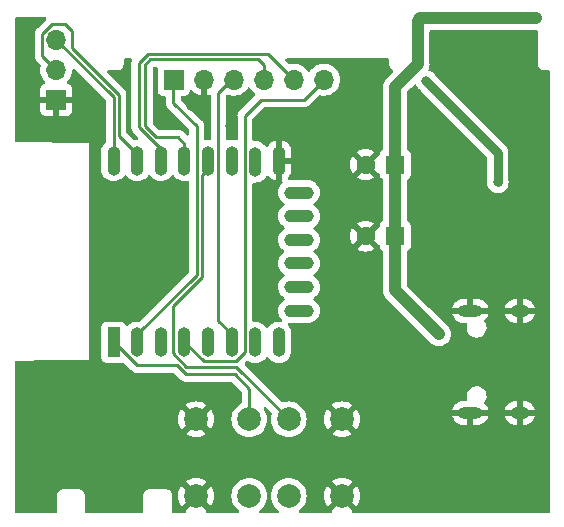
<source format=gbr>
%TF.GenerationSoftware,KiCad,Pcbnew,(6.0.9-0)*%
%TF.CreationDate,2022-12-26T10:40:34+01:00*%
%TF.ProjectId,RM3 mini ESP,524d3320-6d69-46e6-9920-4553502e6b69,rev?*%
%TF.SameCoordinates,Original*%
%TF.FileFunction,Copper,L2,Bot*%
%TF.FilePolarity,Positive*%
%FSLAX46Y46*%
G04 Gerber Fmt 4.6, Leading zero omitted, Abs format (unit mm)*
G04 Created by KiCad (PCBNEW (6.0.9-0)) date 2022-12-26 10:40:34*
%MOMM*%
%LPD*%
G01*
G04 APERTURE LIST*
%TA.AperFunction,ComponentPad*%
%ADD10C,2.000000*%
%TD*%
%TA.AperFunction,ComponentPad*%
%ADD11R,1.100000X2.500000*%
%TD*%
%TA.AperFunction,ComponentPad*%
%ADD12O,1.100000X2.500000*%
%TD*%
%TA.AperFunction,ComponentPad*%
%ADD13O,2.500000X1.100000*%
%TD*%
%TA.AperFunction,ComponentPad*%
%ADD14R,1.700000X1.700000*%
%TD*%
%TA.AperFunction,ComponentPad*%
%ADD15O,1.700000X1.700000*%
%TD*%
%TA.AperFunction,ComponentPad*%
%ADD16R,1.600000X1.600000*%
%TD*%
%TA.AperFunction,ComponentPad*%
%ADD17C,1.600000*%
%TD*%
%TA.AperFunction,ComponentPad*%
%ADD18O,1.600000X1.000000*%
%TD*%
%TA.AperFunction,ComponentPad*%
%ADD19O,2.100000X1.000000*%
%TD*%
%TA.AperFunction,ViaPad*%
%ADD20C,0.800000*%
%TD*%
%TA.AperFunction,Conductor*%
%ADD21C,1.000000*%
%TD*%
%TA.AperFunction,Conductor*%
%ADD22C,0.750000*%
%TD*%
%TA.AperFunction,Conductor*%
%ADD23C,0.250000*%
%TD*%
G04 APERTURE END LIST*
D10*
%TO.P,RST,1,1*%
%TO.N,GND*%
X59650000Y-108050000D03*
X59650000Y-101550000D03*
%TO.P,RST,2,2*%
%TO.N,Net-(U1-Pad1)*%
X64150000Y-108050000D03*
X64150000Y-101550000D03*
%TD*%
D11*
%TO.P,U1,1,REST*%
%TO.N,Net-(U1-Pad1)*%
X52662500Y-95050000D03*
D12*
%TO.P,U1,2,ADC*%
%TO.N,/ADC0*%
X54662500Y-95050000D03*
%TO.P,U1,3,CH_PD*%
%TO.N,Net-(U1-Pad3)*%
X56662500Y-95050000D03*
%TO.P,U1,4,GPIO16*%
%TO.N,/D0*%
X58662500Y-95050000D03*
%TO.P,U1,5,GPIO14*%
%TO.N,/IR_IN*%
X60662500Y-95050000D03*
%TO.P,U1,6,GPIO12*%
%TO.N,/D6*%
X62662500Y-95050000D03*
%TO.P,U1,7,GPIO13*%
%TO.N,/IR_OUT*%
X64662500Y-95050000D03*
%TO.P,U1,8,VCC*%
%TO.N,/3.3V*%
X66662500Y-95050000D03*
%TO.P,U1,9,GND*%
%TO.N,GND*%
X66662500Y-79650000D03*
%TO.P,U1,10,GPIO15*%
%TO.N,Net-(U1-Pad10)*%
X64662500Y-79750000D03*
%TO.P,U1,11,GPIO2*%
%TO.N,/LED*%
X62662500Y-79650000D03*
%TO.P,U1,12,GPIO0*%
%TO.N,Net-(U1-Pad12)*%
X60662500Y-79650000D03*
%TO.P,U1,13,GPIO4*%
%TO.N,/D2*%
X58662500Y-79650000D03*
%TO.P,U1,14,GPIO5*%
%TO.N,/D1*%
X56662500Y-79650000D03*
%TO.P,U1,15,RXD*%
%TO.N,/RX*%
X54662500Y-79650000D03*
%TO.P,U1,16,TXD*%
%TO.N,/TX*%
X52662500Y-79650000D03*
D13*
%TO.P,U1,17,CS0*%
%TO.N,unconnected-(U1-Pad17)*%
X68362500Y-92360000D03*
%TO.P,U1,18,MISO*%
%TO.N,unconnected-(U1-Pad18)*%
X68362500Y-90360000D03*
%TO.P,U1,19,GPIO9*%
%TO.N,unconnected-(U1-Pad19)*%
X68362500Y-88360000D03*
%TO.P,U1,20,GPIO10*%
%TO.N,unconnected-(U1-Pad20)*%
X68362500Y-86360000D03*
%TO.P,U1,21,MOSI*%
%TO.N,unconnected-(U1-Pad21)*%
X68362500Y-84360000D03*
%TO.P,U1,22,SCLK*%
%TO.N,unconnected-(U1-Pad22)*%
X68362500Y-82360000D03*
%TD*%
D14*
%TO.P,J4,1,Pin_1*%
%TO.N,GND*%
X47800000Y-74500000D03*
D15*
%TO.P,J4,2,Pin_2*%
%TO.N,/RX*%
X47800000Y-71960000D03*
%TO.P,J4,3,Pin_3*%
%TO.N,/TX*%
X47800000Y-69420000D03*
%TD*%
D10*
%TO.P,FLASH,1,1*%
%TO.N,Net-(U1-Pad12)*%
X67500000Y-108050000D03*
X67500000Y-101550000D03*
%TO.P,FLASH,2,2*%
%TO.N,GND*%
X72000000Y-101550000D03*
X72000000Y-108050000D03*
%TD*%
D16*
%TO.P,C4,1*%
%TO.N,/5V*%
X76500000Y-86050000D03*
D17*
%TO.P,C4,2*%
%TO.N,GND*%
X74000000Y-86050000D03*
%TD*%
D14*
%TO.P,J3,1,Pin_1*%
%TO.N,/ADC0*%
X57760000Y-72800000D03*
D15*
%TO.P,J3,2,Pin_2*%
%TO.N,GND*%
X60300000Y-72800000D03*
%TO.P,J3,3,Pin_3*%
%TO.N,/D6*%
X62840000Y-72800000D03*
%TO.P,J3,4,Pin_4*%
%TO.N,/D2*%
X65380000Y-72800000D03*
%TO.P,J3,5,Pin_5*%
%TO.N,/D1*%
X67920000Y-72800000D03*
%TO.P,J3,6,Pin_6*%
%TO.N,/D0*%
X70460000Y-72800000D03*
%TD*%
D18*
%TO.P,J1,S1,SHIELD*%
%TO.N,GND*%
X87050000Y-92380000D03*
D19*
X82870000Y-92380000D03*
D18*
X87050000Y-101020000D03*
D19*
X82870000Y-101020000D03*
%TD*%
D16*
%TO.P,C3,1*%
%TO.N,/5V*%
X76500000Y-80000000D03*
D17*
%TO.P,C3,2*%
%TO.N,GND*%
X74000000Y-80000000D03*
%TD*%
D20*
%TO.N,/5V*%
X80200000Y-94350000D03*
X88450000Y-67600000D03*
%TO.N,GND*%
X56100000Y-84100000D03*
X54250000Y-86750000D03*
X61100000Y-105550000D03*
X81450000Y-78300000D03*
X50750000Y-76250000D03*
X75350000Y-92200000D03*
X59250000Y-75000000D03*
X66050000Y-88950000D03*
X69300000Y-76000000D03*
X53650000Y-72750000D03*
X77550000Y-97400000D03*
X83750000Y-108850000D03*
X56700000Y-76000000D03*
X75200000Y-104700000D03*
X77400000Y-99350000D03*
X51350000Y-102550000D03*
X46200000Y-107450000D03*
X62550000Y-76700000D03*
X71950000Y-89350000D03*
X73200000Y-73000000D03*
X75200000Y-107200000D03*
X53400000Y-103850000D03*
X88650000Y-108850000D03*
X85450000Y-75500000D03*
X54100000Y-89600000D03*
X88600000Y-89600000D03*
X68900000Y-104300000D03*
X88050000Y-96400000D03*
X71550000Y-81150000D03*
%TO.N,/3.3V*%
X79150000Y-72950000D03*
X85200000Y-81500000D03*
%TD*%
D21*
%TO.N,/5V*%
X76500000Y-73400000D02*
X76500000Y-80000000D01*
X88450000Y-67600000D02*
X78600000Y-67600000D01*
X78400000Y-67800000D02*
X78400000Y-71500000D01*
X78600000Y-67600000D02*
X78400000Y-67800000D01*
X76500000Y-80000000D02*
X76500000Y-86050000D01*
X76500000Y-86050000D02*
X76500000Y-90650000D01*
X78400000Y-71500000D02*
X76500000Y-73400000D01*
X76500000Y-90650000D02*
X80200000Y-94350000D01*
D22*
%TO.N,/3.3V*%
X82500000Y-76300000D02*
X79150000Y-72950000D01*
X82500000Y-76300000D02*
X85200000Y-79000000D01*
X85200000Y-79000000D02*
X85200000Y-81500000D01*
D23*
%TO.N,Net-(U1-Pad1)*%
X58788667Y-97750000D02*
X58044333Y-97005666D01*
X62900000Y-97750000D02*
X58788667Y-97750000D01*
X52662500Y-94987437D02*
X52662500Y-94350000D01*
X54680729Y-97005666D02*
X52662500Y-94987437D01*
X64150000Y-101550000D02*
X64150000Y-99000000D01*
X58044333Y-97005666D02*
X54680729Y-97005666D01*
X64150000Y-99000000D02*
X62900000Y-97750000D01*
%TO.N,Net-(U1-Pad12)*%
X57650000Y-95974937D02*
X57650000Y-91998896D01*
X63050000Y-97100000D02*
X58775063Y-97100000D01*
X67500000Y-101550000D02*
X63050000Y-97100000D01*
X60150000Y-80862500D02*
X60662500Y-80350000D01*
X60150000Y-89498896D02*
X60150000Y-80862500D01*
X58775063Y-97100000D02*
X57650000Y-95974937D01*
X57650000Y-91998896D02*
X60150000Y-89498896D01*
%TO.N,/ADC0*%
X57700000Y-72650000D02*
X57700000Y-74750000D01*
X59700000Y-89312500D02*
X54662500Y-94350000D01*
X57700000Y-74750000D02*
X59700000Y-76750000D01*
X59700000Y-76750000D02*
X59700000Y-89312500D01*
%TO.N,/D6*%
X61537500Y-73892500D02*
X61537500Y-93225000D01*
X61537500Y-93225000D02*
X62662500Y-94350000D01*
X62780000Y-72650000D02*
X61537500Y-73892500D01*
%TO.N,/D2*%
X65380000Y-72800000D02*
X65380000Y-71597919D01*
X56286396Y-77700000D02*
X58150000Y-77700000D01*
X58150000Y-77700000D02*
X58662500Y-78212500D01*
X55786396Y-71075000D02*
X55330698Y-71530698D01*
X55330698Y-76744302D02*
X56286396Y-77700000D01*
X65380000Y-71597919D02*
X64857081Y-71075000D01*
X64857081Y-71075000D02*
X55786396Y-71075000D01*
X55330698Y-71530698D02*
X55330698Y-76744302D01*
X58662500Y-78212500D02*
X58662500Y-80350000D01*
%TO.N,/D1*%
X56662500Y-78712500D02*
X56662500Y-80350000D01*
X55600000Y-70625000D02*
X54800000Y-71425000D01*
X67920000Y-72800000D02*
X65745000Y-70625000D01*
X54800000Y-76850000D02*
X56662500Y-78712500D01*
X54800000Y-71425000D02*
X54800000Y-76850000D01*
X65745000Y-70625000D02*
X55600000Y-70625000D01*
%TO.N,/D0*%
X58662500Y-94350000D02*
X58662500Y-94987437D01*
X63787500Y-75862500D02*
X65150000Y-74500000D01*
X68760000Y-74500000D02*
X65150000Y-74500000D01*
X58662500Y-94987437D02*
X60325063Y-96650000D01*
X70460000Y-72800000D02*
X68760000Y-74500000D01*
X63787500Y-95862500D02*
X63787500Y-75862500D01*
X60325063Y-96650000D02*
X63000000Y-96650000D01*
X63000000Y-96650000D02*
X63787500Y-95862500D01*
%TO.N,/RX*%
X47458299Y-68100000D02*
X48525000Y-68100000D01*
X46625000Y-70785000D02*
X46625000Y-68933299D01*
X49133198Y-70116802D02*
X53112500Y-74096104D01*
X53112500Y-77562500D02*
X54662500Y-79112500D01*
X48525000Y-68100000D02*
X49133198Y-68708198D01*
X46625000Y-68933299D02*
X47458299Y-68100000D01*
X49133198Y-68708198D02*
X49133198Y-70116802D01*
X47800000Y-71960000D02*
X46625000Y-70785000D01*
X53112500Y-74096104D02*
X53112500Y-77562500D01*
X54662500Y-79112500D02*
X54662500Y-80350000D01*
%TO.N,/TX*%
X52662500Y-80350000D02*
X52662500Y-74282500D01*
X52662500Y-74282500D02*
X47800000Y-69420000D01*
%TD*%
%TA.AperFunction,Conductor*%
%TO.N,GND*%
G36*
X46917825Y-67528502D02*
G01*
X46964318Y-67582158D01*
X46974422Y-67652432D01*
X46944928Y-67717012D01*
X46938799Y-67723595D01*
X46232747Y-68429647D01*
X46224461Y-68437187D01*
X46217982Y-68441299D01*
X46212557Y-68447076D01*
X46171357Y-68490950D01*
X46168602Y-68493792D01*
X46148865Y-68513529D01*
X46146385Y-68516726D01*
X46138682Y-68525746D01*
X46108414Y-68557978D01*
X46104595Y-68564924D01*
X46104593Y-68564927D01*
X46098652Y-68575733D01*
X46087801Y-68592252D01*
X46075386Y-68608258D01*
X46072241Y-68615527D01*
X46072238Y-68615531D01*
X46057826Y-68648836D01*
X46052609Y-68659486D01*
X46031305Y-68698239D01*
X46029334Y-68705914D01*
X46029334Y-68705915D01*
X46026267Y-68717861D01*
X46019863Y-68736565D01*
X46011819Y-68755154D01*
X46010580Y-68762977D01*
X46010577Y-68762987D01*
X46004901Y-68798823D01*
X46002495Y-68810443D01*
X45991500Y-68853269D01*
X45991500Y-68873523D01*
X45989949Y-68893233D01*
X45986780Y-68913242D01*
X45987526Y-68921134D01*
X45990941Y-68957260D01*
X45991500Y-68969118D01*
X45991500Y-70706233D01*
X45990973Y-70717416D01*
X45989298Y-70724909D01*
X45989547Y-70732835D01*
X45989547Y-70732836D01*
X45991438Y-70792986D01*
X45991500Y-70796945D01*
X45991500Y-70824856D01*
X45991997Y-70828790D01*
X45991997Y-70828791D01*
X45992005Y-70828856D01*
X45992938Y-70840693D01*
X45994327Y-70884889D01*
X45999978Y-70904339D01*
X46003987Y-70923700D01*
X46006526Y-70943797D01*
X46009445Y-70951168D01*
X46009445Y-70951170D01*
X46022804Y-70984912D01*
X46026649Y-70996142D01*
X46036050Y-71028502D01*
X46038982Y-71038593D01*
X46043015Y-71045412D01*
X46043017Y-71045417D01*
X46049293Y-71056028D01*
X46057988Y-71073776D01*
X46065448Y-71092617D01*
X46070110Y-71099033D01*
X46070110Y-71099034D01*
X46091436Y-71128387D01*
X46097952Y-71138307D01*
X46106306Y-71152432D01*
X46120458Y-71176362D01*
X46134779Y-71190683D01*
X46147619Y-71205716D01*
X46159528Y-71222107D01*
X46165634Y-71227158D01*
X46193605Y-71250298D01*
X46202384Y-71258288D01*
X46449778Y-71505682D01*
X46483804Y-71567994D01*
X46482100Y-71628448D01*
X46460989Y-71704570D01*
X46460441Y-71709700D01*
X46460440Y-71709704D01*
X46453272Y-71776782D01*
X46437251Y-71926695D01*
X46437548Y-71931848D01*
X46437548Y-71931851D01*
X46446160Y-72081206D01*
X46450110Y-72149715D01*
X46451247Y-72154761D01*
X46451248Y-72154767D01*
X46466760Y-72223595D01*
X46499222Y-72367639D01*
X46583266Y-72574616D01*
X46699987Y-72765088D01*
X46846250Y-72933938D01*
X46850225Y-72937238D01*
X46850231Y-72937244D01*
X46855425Y-72941556D01*
X46895059Y-73000460D01*
X46896555Y-73071441D01*
X46859439Y-73131962D01*
X46819168Y-73156480D01*
X46711946Y-73196676D01*
X46696351Y-73205214D01*
X46594276Y-73281715D01*
X46581715Y-73294276D01*
X46505214Y-73396351D01*
X46496676Y-73411946D01*
X46451522Y-73532394D01*
X46447895Y-73547649D01*
X46442369Y-73598514D01*
X46442000Y-73605328D01*
X46442000Y-74227885D01*
X46446475Y-74243124D01*
X46447865Y-74244329D01*
X46455548Y-74246000D01*
X49139884Y-74246000D01*
X49155123Y-74241525D01*
X49156328Y-74240135D01*
X49157999Y-74232452D01*
X49157999Y-73605331D01*
X49157629Y-73598510D01*
X49152105Y-73547648D01*
X49148479Y-73532396D01*
X49103324Y-73411946D01*
X49094786Y-73396351D01*
X49018285Y-73294276D01*
X49005724Y-73281715D01*
X48903649Y-73205214D01*
X48888054Y-73196676D01*
X48777813Y-73155348D01*
X48721049Y-73112706D01*
X48696349Y-73046145D01*
X48711557Y-72976796D01*
X48733104Y-72948115D01*
X48834430Y-72847144D01*
X48834440Y-72847132D01*
X48838096Y-72843489D01*
X48850022Y-72826893D01*
X48965435Y-72666277D01*
X48968453Y-72662077D01*
X48973312Y-72652247D01*
X49065136Y-72466453D01*
X49065137Y-72466451D01*
X49067430Y-72461811D01*
X49132370Y-72248069D01*
X49161529Y-72026590D01*
X49161611Y-72023240D01*
X49162676Y-71979654D01*
X49184336Y-71912042D01*
X49239111Y-71866874D01*
X49309611Y-71858490D01*
X49377733Y-71893637D01*
X51992095Y-74507999D01*
X52026121Y-74570311D01*
X52029000Y-74597094D01*
X52029000Y-78040716D01*
X52008998Y-78108837D01*
X51981956Y-78138908D01*
X51918323Y-78190071D01*
X51784891Y-78349089D01*
X51781927Y-78354481D01*
X51781924Y-78354485D01*
X51723147Y-78461401D01*
X51684887Y-78530995D01*
X51622121Y-78728861D01*
X51621435Y-78734978D01*
X51621434Y-78734982D01*
X51613129Y-78809025D01*
X51604000Y-78890413D01*
X51604000Y-80402237D01*
X51604300Y-80405293D01*
X51604300Y-80405300D01*
X51614526Y-80509587D01*
X51619135Y-80556592D01*
X51679132Y-80755315D01*
X51682027Y-80760760D01*
X51682028Y-80760762D01*
X51773054Y-80931954D01*
X51776587Y-80938599D01*
X51805332Y-80973844D01*
X51903890Y-81094689D01*
X51903893Y-81094692D01*
X51907785Y-81099464D01*
X51912533Y-81103392D01*
X51912534Y-81103393D01*
X51949448Y-81133931D01*
X52067730Y-81231783D01*
X52073147Y-81234712D01*
X52073150Y-81234714D01*
X52244910Y-81327584D01*
X52244915Y-81327586D01*
X52250330Y-81330514D01*
X52448629Y-81391898D01*
X52454754Y-81392542D01*
X52454755Y-81392542D01*
X52648946Y-81412952D01*
X52648948Y-81412952D01*
X52655075Y-81413596D01*
X52740985Y-81405777D01*
X52855664Y-81395341D01*
X52855667Y-81395340D01*
X52861803Y-81394782D01*
X52867709Y-81393044D01*
X52867713Y-81393043D01*
X53040207Y-81342275D01*
X53060940Y-81336173D01*
X53244900Y-81240001D01*
X53250827Y-81235236D01*
X53288451Y-81204985D01*
X53406677Y-81109929D01*
X53412162Y-81103393D01*
X53536150Y-80955629D01*
X53540109Y-80950911D01*
X53543075Y-80945515D01*
X53543081Y-80945507D01*
X53551387Y-80930399D01*
X53601733Y-80880341D01*
X53671150Y-80865449D01*
X53737599Y-80890451D01*
X53769911Y-80928275D01*
X53770285Y-80928026D01*
X53772337Y-80931115D01*
X53773053Y-80931953D01*
X53776587Y-80938599D01*
X53805332Y-80973844D01*
X53903890Y-81094689D01*
X53903893Y-81094692D01*
X53907785Y-81099464D01*
X53912533Y-81103392D01*
X53912534Y-81103393D01*
X53949448Y-81133931D01*
X54067730Y-81231783D01*
X54073147Y-81234712D01*
X54073150Y-81234714D01*
X54244910Y-81327584D01*
X54244915Y-81327586D01*
X54250330Y-81330514D01*
X54448629Y-81391898D01*
X54454754Y-81392542D01*
X54454755Y-81392542D01*
X54648946Y-81412952D01*
X54648948Y-81412952D01*
X54655075Y-81413596D01*
X54740985Y-81405777D01*
X54855664Y-81395341D01*
X54855667Y-81395340D01*
X54861803Y-81394782D01*
X54867709Y-81393044D01*
X54867713Y-81393043D01*
X55040207Y-81342275D01*
X55060940Y-81336173D01*
X55244900Y-81240001D01*
X55250827Y-81235236D01*
X55288451Y-81204985D01*
X55406677Y-81109929D01*
X55412162Y-81103393D01*
X55536150Y-80955629D01*
X55540109Y-80950911D01*
X55543075Y-80945515D01*
X55543081Y-80945507D01*
X55551387Y-80930399D01*
X55601733Y-80880341D01*
X55671150Y-80865449D01*
X55737599Y-80890451D01*
X55769911Y-80928275D01*
X55770285Y-80928026D01*
X55772337Y-80931115D01*
X55773053Y-80931953D01*
X55776587Y-80938599D01*
X55805332Y-80973844D01*
X55903890Y-81094689D01*
X55903893Y-81094692D01*
X55907785Y-81099464D01*
X55912533Y-81103392D01*
X55912534Y-81103393D01*
X55949448Y-81133931D01*
X56067730Y-81231783D01*
X56073147Y-81234712D01*
X56073150Y-81234714D01*
X56244910Y-81327584D01*
X56244915Y-81327586D01*
X56250330Y-81330514D01*
X56448629Y-81391898D01*
X56454754Y-81392542D01*
X56454755Y-81392542D01*
X56648946Y-81412952D01*
X56648948Y-81412952D01*
X56655075Y-81413596D01*
X56740985Y-81405777D01*
X56855664Y-81395341D01*
X56855667Y-81395340D01*
X56861803Y-81394782D01*
X56867709Y-81393044D01*
X56867713Y-81393043D01*
X57040207Y-81342275D01*
X57060940Y-81336173D01*
X57244900Y-81240001D01*
X57250827Y-81235236D01*
X57288451Y-81204985D01*
X57406677Y-81109929D01*
X57412162Y-81103393D01*
X57536150Y-80955629D01*
X57540109Y-80950911D01*
X57543075Y-80945515D01*
X57543081Y-80945507D01*
X57551387Y-80930399D01*
X57601733Y-80880341D01*
X57671150Y-80865449D01*
X57737599Y-80890451D01*
X57769911Y-80928275D01*
X57770285Y-80928026D01*
X57772337Y-80931115D01*
X57773053Y-80931953D01*
X57776587Y-80938599D01*
X57805332Y-80973844D01*
X57903890Y-81094689D01*
X57903893Y-81094692D01*
X57907785Y-81099464D01*
X57912533Y-81103392D01*
X57912534Y-81103393D01*
X57949448Y-81133931D01*
X58067730Y-81231783D01*
X58073147Y-81234712D01*
X58073150Y-81234714D01*
X58244910Y-81327584D01*
X58244915Y-81327586D01*
X58250330Y-81330514D01*
X58448629Y-81391898D01*
X58454754Y-81392542D01*
X58454755Y-81392542D01*
X58648946Y-81412952D01*
X58648948Y-81412952D01*
X58655075Y-81413596D01*
X58740985Y-81405777D01*
X58855664Y-81395341D01*
X58855667Y-81395340D01*
X58861803Y-81394782D01*
X58867713Y-81393043D01*
X58867716Y-81393042D01*
X58904926Y-81382091D01*
X58975923Y-81382047D01*
X59035673Y-81420393D01*
X59065206Y-81484955D01*
X59066500Y-81502965D01*
X59066500Y-88997906D01*
X59046498Y-89066027D01*
X59029595Y-89087001D01*
X54857446Y-93259149D01*
X54795134Y-93293175D01*
X54755182Y-93295364D01*
X54676055Y-93287048D01*
X54676052Y-93287048D01*
X54669925Y-93286404D01*
X54584015Y-93294223D01*
X54469336Y-93304659D01*
X54469333Y-93304660D01*
X54463197Y-93305218D01*
X54457291Y-93306956D01*
X54457287Y-93306957D01*
X54333574Y-93343368D01*
X54264060Y-93363827D01*
X54080100Y-93459999D01*
X53918323Y-93590071D01*
X53914365Y-93594789D01*
X53914362Y-93594791D01*
X53890191Y-93623597D01*
X53831082Y-93662923D01*
X53760094Y-93664049D01*
X53699766Y-93626618D01*
X53675689Y-93586837D01*
X53663115Y-93553295D01*
X53575761Y-93436739D01*
X53459205Y-93349385D01*
X53322816Y-93298255D01*
X53260634Y-93291500D01*
X52064366Y-93291500D01*
X52002184Y-93298255D01*
X51865795Y-93349385D01*
X51749239Y-93436739D01*
X51661885Y-93553295D01*
X51610755Y-93689684D01*
X51604000Y-93751866D01*
X51604000Y-96348134D01*
X51610755Y-96410316D01*
X51661885Y-96546705D01*
X51749239Y-96663261D01*
X51865795Y-96750615D01*
X52002184Y-96801745D01*
X52064366Y-96808500D01*
X53260634Y-96808500D01*
X53322816Y-96801745D01*
X53434571Y-96759850D01*
X53505377Y-96754667D01*
X53567895Y-96788737D01*
X54177077Y-97397919D01*
X54184617Y-97406205D01*
X54188729Y-97412684D01*
X54194506Y-97418109D01*
X54238380Y-97459309D01*
X54241222Y-97462064D01*
X54260959Y-97481801D01*
X54264156Y-97484281D01*
X54273176Y-97491984D01*
X54305408Y-97522252D01*
X54312354Y-97526071D01*
X54312357Y-97526073D01*
X54323163Y-97532014D01*
X54339682Y-97542865D01*
X54355688Y-97555280D01*
X54362957Y-97558425D01*
X54362961Y-97558428D01*
X54396266Y-97572840D01*
X54406916Y-97578057D01*
X54445669Y-97599361D01*
X54453344Y-97601332D01*
X54453345Y-97601332D01*
X54465291Y-97604399D01*
X54483996Y-97610803D01*
X54502584Y-97618847D01*
X54510407Y-97620086D01*
X54510417Y-97620089D01*
X54546253Y-97625765D01*
X54557873Y-97628171D01*
X54593018Y-97637194D01*
X54600699Y-97639166D01*
X54620953Y-97639166D01*
X54640663Y-97640717D01*
X54660672Y-97643886D01*
X54668564Y-97643140D01*
X54704690Y-97639725D01*
X54716548Y-97639166D01*
X57729739Y-97639166D01*
X57797860Y-97659168D01*
X57818834Y-97676071D01*
X58285010Y-98142247D01*
X58292554Y-98150537D01*
X58296667Y-98157018D01*
X58302444Y-98162443D01*
X58346334Y-98203658D01*
X58349176Y-98206413D01*
X58368897Y-98226134D01*
X58372092Y-98228612D01*
X58381114Y-98236318D01*
X58413346Y-98266586D01*
X58420295Y-98270406D01*
X58431099Y-98276346D01*
X58447623Y-98287199D01*
X58463626Y-98299613D01*
X58504210Y-98317176D01*
X58514840Y-98322383D01*
X58553607Y-98343695D01*
X58561284Y-98345666D01*
X58561289Y-98345668D01*
X58573225Y-98348732D01*
X58591933Y-98355137D01*
X58610522Y-98363181D01*
X58618350Y-98364421D01*
X58618357Y-98364423D01*
X58654191Y-98370099D01*
X58665811Y-98372505D01*
X58700956Y-98381528D01*
X58708637Y-98383500D01*
X58728891Y-98383500D01*
X58748601Y-98385051D01*
X58768610Y-98388220D01*
X58776502Y-98387474D01*
X58812628Y-98384059D01*
X58824486Y-98383500D01*
X62585405Y-98383500D01*
X62653526Y-98403502D01*
X62674501Y-98420405D01*
X63479596Y-99225501D01*
X63513621Y-99287813D01*
X63516500Y-99314596D01*
X63516500Y-100098434D01*
X63496498Y-100166555D01*
X63456335Y-100205867D01*
X63264798Y-100323241D01*
X63264792Y-100323245D01*
X63260584Y-100325824D01*
X63080031Y-100480031D01*
X62925824Y-100660584D01*
X62923245Y-100664792D01*
X62923241Y-100664798D01*
X62804346Y-100858817D01*
X62801760Y-100863037D01*
X62799867Y-100867607D01*
X62799865Y-100867611D01*
X62712789Y-101077833D01*
X62710895Y-101082406D01*
X62709740Y-101087218D01*
X62661645Y-101287548D01*
X62655465Y-101313289D01*
X62636835Y-101550000D01*
X62655465Y-101786711D01*
X62710895Y-102017594D01*
X62712788Y-102022165D01*
X62712789Y-102022167D01*
X62799772Y-102232163D01*
X62801760Y-102236963D01*
X62804346Y-102241183D01*
X62923241Y-102435202D01*
X62923245Y-102435208D01*
X62925824Y-102439416D01*
X63080031Y-102619969D01*
X63260584Y-102774176D01*
X63264792Y-102776755D01*
X63264798Y-102776759D01*
X63458084Y-102895205D01*
X63463037Y-102898240D01*
X63467607Y-102900133D01*
X63467611Y-102900135D01*
X63677833Y-102987211D01*
X63682406Y-102989105D01*
X63762609Y-103008360D01*
X63908476Y-103043380D01*
X63908482Y-103043381D01*
X63913289Y-103044535D01*
X64150000Y-103063165D01*
X64386711Y-103044535D01*
X64391518Y-103043381D01*
X64391524Y-103043380D01*
X64537391Y-103008360D01*
X64617594Y-102989105D01*
X64622167Y-102987211D01*
X64832389Y-102900135D01*
X64832393Y-102900133D01*
X64836963Y-102898240D01*
X64841916Y-102895205D01*
X65035202Y-102776759D01*
X65035208Y-102776755D01*
X65039416Y-102774176D01*
X65219969Y-102619969D01*
X65374176Y-102439416D01*
X65376755Y-102435208D01*
X65376759Y-102435202D01*
X65495654Y-102241183D01*
X65498240Y-102236963D01*
X65500229Y-102232163D01*
X65587211Y-102022167D01*
X65587212Y-102022165D01*
X65589105Y-102017594D01*
X65644535Y-101786711D01*
X65663165Y-101550000D01*
X65644535Y-101313289D01*
X65638356Y-101287548D01*
X65590260Y-101087218D01*
X65589105Y-101082406D01*
X65587211Y-101077833D01*
X65500135Y-100867611D01*
X65500133Y-100867607D01*
X65498240Y-100863037D01*
X65428169Y-100748692D01*
X65391513Y-100688875D01*
X65372975Y-100620341D01*
X65394431Y-100552665D01*
X65449070Y-100507332D01*
X65519545Y-100498735D01*
X65588041Y-100533945D01*
X66025636Y-100971540D01*
X66059662Y-101033852D01*
X66059060Y-101090049D01*
X66011645Y-101287548D01*
X66005465Y-101313289D01*
X65986835Y-101550000D01*
X66005465Y-101786711D01*
X66060895Y-102017594D01*
X66062788Y-102022165D01*
X66062789Y-102022167D01*
X66149772Y-102232163D01*
X66151760Y-102236963D01*
X66154346Y-102241183D01*
X66273241Y-102435202D01*
X66273245Y-102435208D01*
X66275824Y-102439416D01*
X66430031Y-102619969D01*
X66610584Y-102774176D01*
X66614792Y-102776755D01*
X66614798Y-102776759D01*
X66808084Y-102895205D01*
X66813037Y-102898240D01*
X66817607Y-102900133D01*
X66817611Y-102900135D01*
X67027833Y-102987211D01*
X67032406Y-102989105D01*
X67112609Y-103008360D01*
X67258476Y-103043380D01*
X67258482Y-103043381D01*
X67263289Y-103044535D01*
X67500000Y-103063165D01*
X67736711Y-103044535D01*
X67741518Y-103043381D01*
X67741524Y-103043380D01*
X67887391Y-103008360D01*
X67967594Y-102989105D01*
X67972167Y-102987211D01*
X68182389Y-102900135D01*
X68182393Y-102900133D01*
X68186963Y-102898240D01*
X68191916Y-102895205D01*
X68375556Y-102782670D01*
X71132160Y-102782670D01*
X71137887Y-102790320D01*
X71309042Y-102895205D01*
X71317837Y-102899687D01*
X71527988Y-102986734D01*
X71537373Y-102989783D01*
X71758554Y-103042885D01*
X71768301Y-103044428D01*
X71995070Y-103062275D01*
X72004930Y-103062275D01*
X72231699Y-103044428D01*
X72241446Y-103042885D01*
X72462627Y-102989783D01*
X72472012Y-102986734D01*
X72682163Y-102899687D01*
X72690958Y-102895205D01*
X72858445Y-102792568D01*
X72867907Y-102782110D01*
X72864124Y-102773334D01*
X72012812Y-101922022D01*
X71998868Y-101914408D01*
X71997035Y-101914539D01*
X71990420Y-101918790D01*
X71138920Y-102770290D01*
X71132160Y-102782670D01*
X68375556Y-102782670D01*
X68385202Y-102776759D01*
X68385208Y-102776755D01*
X68389416Y-102774176D01*
X68569969Y-102619969D01*
X68724176Y-102439416D01*
X68726755Y-102435208D01*
X68726759Y-102435202D01*
X68845654Y-102241183D01*
X68848240Y-102236963D01*
X68850229Y-102232163D01*
X68937211Y-102022167D01*
X68937212Y-102022165D01*
X68939105Y-102017594D01*
X68994535Y-101786711D01*
X69012777Y-101554930D01*
X70487725Y-101554930D01*
X70505572Y-101781699D01*
X70507115Y-101791446D01*
X70560217Y-102012627D01*
X70563266Y-102022012D01*
X70650313Y-102232163D01*
X70654795Y-102240958D01*
X70757432Y-102408445D01*
X70767890Y-102417907D01*
X70776666Y-102414124D01*
X71627978Y-101562812D01*
X71634356Y-101551132D01*
X72364408Y-101551132D01*
X72364539Y-101552965D01*
X72368790Y-101559580D01*
X73220290Y-102411080D01*
X73232670Y-102417840D01*
X73240320Y-102412113D01*
X73345205Y-102240958D01*
X73349687Y-102232163D01*
X73436734Y-102022012D01*
X73439783Y-102012627D01*
X73492885Y-101791446D01*
X73494428Y-101781699D01*
X73512275Y-101554930D01*
X73512275Y-101545070D01*
X73494428Y-101318301D01*
X73492885Y-101308554D01*
X73487414Y-101285768D01*
X81347425Y-101285768D01*
X81379138Y-101393521D01*
X81383731Y-101404889D01*
X81469607Y-101569154D01*
X81476321Y-101579415D01*
X81592468Y-101723873D01*
X81601046Y-101732632D01*
X81743039Y-101851778D01*
X81753159Y-101858708D01*
X81915585Y-101948002D01*
X81926858Y-101952834D01*
X82103538Y-102008880D01*
X82115532Y-102011430D01*
X82259761Y-102027607D01*
X82266785Y-102028000D01*
X82597885Y-102028000D01*
X82613124Y-102023525D01*
X82614329Y-102022135D01*
X82616000Y-102014452D01*
X82616000Y-102009885D01*
X83124000Y-102009885D01*
X83128475Y-102025124D01*
X83129865Y-102026329D01*
X83137548Y-102028000D01*
X83466657Y-102028000D01*
X83472805Y-102027699D01*
X83610603Y-102014188D01*
X83622638Y-102011805D01*
X83800076Y-101958233D01*
X83811416Y-101953559D01*
X83975077Y-101866540D01*
X83985294Y-101859751D01*
X84128933Y-101742603D01*
X84137637Y-101733959D01*
X84255784Y-101591144D01*
X84262644Y-101580973D01*
X84350804Y-101417924D01*
X84355556Y-101406619D01*
X84391250Y-101291308D01*
X84391331Y-101285768D01*
X85777425Y-101285768D01*
X85809138Y-101393521D01*
X85813731Y-101404889D01*
X85899607Y-101569154D01*
X85906321Y-101579415D01*
X86022468Y-101723873D01*
X86031046Y-101732632D01*
X86173039Y-101851778D01*
X86183159Y-101858708D01*
X86345585Y-101948002D01*
X86356858Y-101952834D01*
X86533538Y-102008880D01*
X86545532Y-102011430D01*
X86689761Y-102027607D01*
X86696785Y-102028000D01*
X86777885Y-102028000D01*
X86793124Y-102023525D01*
X86794329Y-102022135D01*
X86796000Y-102014452D01*
X86796000Y-102009885D01*
X87304000Y-102009885D01*
X87308475Y-102025124D01*
X87309865Y-102026329D01*
X87317548Y-102028000D01*
X87396657Y-102028000D01*
X87402805Y-102027699D01*
X87540603Y-102014188D01*
X87552638Y-102011805D01*
X87730076Y-101958233D01*
X87741416Y-101953559D01*
X87905077Y-101866540D01*
X87915294Y-101859751D01*
X88058933Y-101742603D01*
X88067637Y-101733959D01*
X88185784Y-101591144D01*
X88192644Y-101580973D01*
X88280804Y-101417924D01*
X88285556Y-101406619D01*
X88321250Y-101291308D01*
X88321456Y-101277205D01*
X88314701Y-101274000D01*
X87322115Y-101274000D01*
X87306876Y-101278475D01*
X87305671Y-101279865D01*
X87304000Y-101287548D01*
X87304000Y-102009885D01*
X86796000Y-102009885D01*
X86796000Y-101292115D01*
X86791525Y-101276876D01*
X86790135Y-101275671D01*
X86782452Y-101274000D01*
X85792076Y-101274000D01*
X85778545Y-101277973D01*
X85777425Y-101285768D01*
X84391331Y-101285768D01*
X84391456Y-101277205D01*
X84384701Y-101274000D01*
X83142115Y-101274000D01*
X83126876Y-101278475D01*
X83125671Y-101279865D01*
X83124000Y-101287548D01*
X83124000Y-102009885D01*
X82616000Y-102009885D01*
X82616000Y-101292115D01*
X82611525Y-101276876D01*
X82610135Y-101275671D01*
X82602452Y-101274000D01*
X81362076Y-101274000D01*
X81348545Y-101277973D01*
X81347425Y-101285768D01*
X73487414Y-101285768D01*
X73439783Y-101087373D01*
X73436734Y-101077988D01*
X73349687Y-100867837D01*
X73345205Y-100859042D01*
X73286224Y-100762795D01*
X81348544Y-100762795D01*
X81355299Y-100766000D01*
X84377924Y-100766000D01*
X84388839Y-100762795D01*
X85778544Y-100762795D01*
X85785299Y-100766000D01*
X86777885Y-100766000D01*
X86793124Y-100761525D01*
X86794329Y-100760135D01*
X86796000Y-100752452D01*
X86796000Y-100747885D01*
X87304000Y-100747885D01*
X87308475Y-100763124D01*
X87309865Y-100764329D01*
X87317548Y-100766000D01*
X88307924Y-100766000D01*
X88321455Y-100762027D01*
X88322575Y-100754232D01*
X88290862Y-100646479D01*
X88286269Y-100635111D01*
X88200393Y-100470846D01*
X88193679Y-100460585D01*
X88077532Y-100316127D01*
X88068954Y-100307368D01*
X87926961Y-100188222D01*
X87916841Y-100181292D01*
X87754415Y-100091998D01*
X87743142Y-100087166D01*
X87566462Y-100031120D01*
X87554468Y-100028570D01*
X87410239Y-100012393D01*
X87403215Y-100012000D01*
X87322115Y-100012000D01*
X87306876Y-100016475D01*
X87305671Y-100017865D01*
X87304000Y-100025548D01*
X87304000Y-100747885D01*
X86796000Y-100747885D01*
X86796000Y-100030115D01*
X86791525Y-100014876D01*
X86790135Y-100013671D01*
X86782452Y-100012000D01*
X86703343Y-100012000D01*
X86697195Y-100012301D01*
X86559397Y-100025812D01*
X86547362Y-100028195D01*
X86369924Y-100081767D01*
X86358584Y-100086441D01*
X86194923Y-100173460D01*
X86184706Y-100180249D01*
X86041067Y-100297397D01*
X86032363Y-100306041D01*
X85914216Y-100448856D01*
X85907356Y-100459027D01*
X85819196Y-100622076D01*
X85814444Y-100633381D01*
X85778750Y-100748692D01*
X85778544Y-100762795D01*
X84388839Y-100762795D01*
X84391455Y-100762027D01*
X84392575Y-100754232D01*
X84360862Y-100646479D01*
X84356269Y-100635111D01*
X84270393Y-100470846D01*
X84263679Y-100460585D01*
X84147532Y-100316127D01*
X84138955Y-100307368D01*
X84086890Y-100263681D01*
X84047564Y-100204572D01*
X84046437Y-100133584D01*
X84063669Y-100096336D01*
X84103502Y-100037725D01*
X84140277Y-99983612D01*
X84207530Y-99815466D01*
X84208644Y-99808738D01*
X84208645Y-99808734D01*
X84235993Y-99643539D01*
X84235993Y-99643536D01*
X84237108Y-99636802D01*
X84232203Y-99543198D01*
X84227987Y-99462766D01*
X84227630Y-99455953D01*
X84204304Y-99371266D01*
X84181352Y-99287941D01*
X84179539Y-99281359D01*
X84095078Y-99121164D01*
X84090673Y-99115951D01*
X84090670Y-99115947D01*
X83982594Y-98988057D01*
X83982590Y-98988053D01*
X83978187Y-98982843D01*
X83972762Y-98978695D01*
X83839743Y-98876994D01*
X83839739Y-98876991D01*
X83834322Y-98872850D01*
X83729186Y-98823825D01*
X83676369Y-98799195D01*
X83676366Y-98799194D01*
X83670192Y-98796315D01*
X83663544Y-98794829D01*
X83663541Y-98794828D01*
X83498494Y-98757936D01*
X83498495Y-98757936D01*
X83493457Y-98756810D01*
X83487912Y-98756500D01*
X83354756Y-98756500D01*
X83219963Y-98771143D01*
X83136609Y-98799195D01*
X83054796Y-98826728D01*
X83054794Y-98826729D01*
X83048325Y-98828906D01*
X82893095Y-98922177D01*
X82888138Y-98926865D01*
X82888135Y-98926867D01*
X82833329Y-98978695D01*
X82761515Y-99046607D01*
X82757683Y-99052245D01*
X82757680Y-99052249D01*
X82706740Y-99127205D01*
X82659723Y-99196388D01*
X82592470Y-99364534D01*
X82591356Y-99371262D01*
X82591355Y-99371266D01*
X82564007Y-99536461D01*
X82562892Y-99543198D01*
X82563249Y-99550015D01*
X82563249Y-99550019D01*
X82568151Y-99643539D01*
X82572370Y-99724047D01*
X82599297Y-99821803D01*
X82607763Y-99852540D01*
X82606569Y-99923526D01*
X82567186Y-99982599D01*
X82502119Y-100011001D01*
X82486287Y-100012000D01*
X82273343Y-100012000D01*
X82267195Y-100012301D01*
X82129397Y-100025812D01*
X82117362Y-100028195D01*
X81939924Y-100081767D01*
X81928584Y-100086441D01*
X81764923Y-100173460D01*
X81754706Y-100180249D01*
X81611067Y-100297397D01*
X81602363Y-100306041D01*
X81484216Y-100448856D01*
X81477356Y-100459027D01*
X81389196Y-100622076D01*
X81384444Y-100633381D01*
X81348750Y-100748692D01*
X81348544Y-100762795D01*
X73286224Y-100762795D01*
X73242568Y-100691555D01*
X73232110Y-100682093D01*
X73223334Y-100685876D01*
X72372022Y-101537188D01*
X72364408Y-101551132D01*
X71634356Y-101551132D01*
X71635592Y-101548868D01*
X71635461Y-101547035D01*
X71631210Y-101540420D01*
X70779710Y-100688920D01*
X70767330Y-100682160D01*
X70759680Y-100687887D01*
X70654795Y-100859042D01*
X70650313Y-100867837D01*
X70563266Y-101077988D01*
X70560217Y-101087373D01*
X70507115Y-101308554D01*
X70505572Y-101318301D01*
X70487725Y-101545070D01*
X70487725Y-101554930D01*
X69012777Y-101554930D01*
X69013165Y-101550000D01*
X68994535Y-101313289D01*
X68988356Y-101287548D01*
X68940260Y-101087218D01*
X68939105Y-101082406D01*
X68937211Y-101077833D01*
X68850135Y-100867611D01*
X68850133Y-100867607D01*
X68848240Y-100863037D01*
X68845654Y-100858817D01*
X68726759Y-100664798D01*
X68726755Y-100664792D01*
X68724176Y-100660584D01*
X68569969Y-100480031D01*
X68389416Y-100325824D01*
X68385208Y-100323245D01*
X68385202Y-100323241D01*
X68376470Y-100317890D01*
X71132093Y-100317890D01*
X71135876Y-100326666D01*
X71987188Y-101177978D01*
X72001132Y-101185592D01*
X72002965Y-101185461D01*
X72009580Y-101181210D01*
X72861080Y-100329710D01*
X72867840Y-100317330D01*
X72862113Y-100309680D01*
X72690958Y-100204795D01*
X72682163Y-100200313D01*
X72472012Y-100113266D01*
X72462627Y-100110217D01*
X72241446Y-100057115D01*
X72231699Y-100055572D01*
X72004930Y-100037725D01*
X71995070Y-100037725D01*
X71768301Y-100055572D01*
X71758554Y-100057115D01*
X71537373Y-100110217D01*
X71527988Y-100113266D01*
X71317837Y-100200313D01*
X71309042Y-100204795D01*
X71141555Y-100307432D01*
X71132093Y-100317890D01*
X68376470Y-100317890D01*
X68191183Y-100204346D01*
X68186963Y-100201760D01*
X68182393Y-100199867D01*
X68182389Y-100199865D01*
X67972167Y-100112789D01*
X67972165Y-100112788D01*
X67967594Y-100110895D01*
X67887391Y-100091640D01*
X67741524Y-100056620D01*
X67741518Y-100056619D01*
X67736711Y-100055465D01*
X67500000Y-100036835D01*
X67263289Y-100055465D01*
X67258482Y-100056619D01*
X67258476Y-100056620D01*
X67111118Y-100091998D01*
X67040049Y-100109060D01*
X66969142Y-100105513D01*
X66921541Y-100075636D01*
X63785000Y-96939095D01*
X63750974Y-96876783D01*
X63756039Y-96805968D01*
X63784999Y-96760906D01*
X63902986Y-96642919D01*
X63965298Y-96608894D01*
X64036114Y-96613960D01*
X64062540Y-96627556D01*
X64062976Y-96627850D01*
X64067730Y-96631783D01*
X64073151Y-96634714D01*
X64073157Y-96634718D01*
X64244910Y-96727584D01*
X64244915Y-96727586D01*
X64250330Y-96730514D01*
X64448629Y-96791898D01*
X64454754Y-96792542D01*
X64454755Y-96792542D01*
X64648946Y-96812952D01*
X64648948Y-96812952D01*
X64655075Y-96813596D01*
X64740985Y-96805777D01*
X64855664Y-96795341D01*
X64855667Y-96795340D01*
X64861803Y-96794782D01*
X64867709Y-96793044D01*
X64867713Y-96793043D01*
X65055031Y-96737912D01*
X65055030Y-96737912D01*
X65060940Y-96736173D01*
X65244900Y-96640001D01*
X65260379Y-96627556D01*
X65360937Y-96546705D01*
X65406677Y-96509929D01*
X65412162Y-96503393D01*
X65536150Y-96355629D01*
X65540109Y-96350911D01*
X65543075Y-96345515D01*
X65543081Y-96345507D01*
X65551387Y-96330399D01*
X65601733Y-96280341D01*
X65671150Y-96265449D01*
X65737599Y-96290451D01*
X65769911Y-96328275D01*
X65770285Y-96328026D01*
X65772337Y-96331115D01*
X65773053Y-96331953D01*
X65776587Y-96338599D01*
X65803964Y-96372166D01*
X65903890Y-96494689D01*
X65903893Y-96494692D01*
X65907785Y-96499464D01*
X65912533Y-96503392D01*
X65912534Y-96503393D01*
X65964484Y-96546370D01*
X66067730Y-96631783D01*
X66073147Y-96634712D01*
X66073150Y-96634714D01*
X66244910Y-96727584D01*
X66244915Y-96727586D01*
X66250330Y-96730514D01*
X66448629Y-96791898D01*
X66454754Y-96792542D01*
X66454755Y-96792542D01*
X66648946Y-96812952D01*
X66648948Y-96812952D01*
X66655075Y-96813596D01*
X66740985Y-96805777D01*
X66855664Y-96795341D01*
X66855667Y-96795340D01*
X66861803Y-96794782D01*
X66867709Y-96793044D01*
X66867713Y-96793043D01*
X67055031Y-96737912D01*
X67055030Y-96737912D01*
X67060940Y-96736173D01*
X67244900Y-96640001D01*
X67260379Y-96627556D01*
X67360937Y-96546705D01*
X67406677Y-96509929D01*
X67412162Y-96503393D01*
X67536150Y-96355629D01*
X67540109Y-96350911D01*
X67543073Y-96345519D01*
X67543076Y-96345515D01*
X67637146Y-96174402D01*
X67640113Y-96169005D01*
X67702879Y-95971139D01*
X67721000Y-95809587D01*
X67721000Y-94297763D01*
X67711769Y-94203612D01*
X67706466Y-94149534D01*
X67706465Y-94149531D01*
X67705865Y-94143408D01*
X67645868Y-93944685D01*
X67603661Y-93865306D01*
X67551309Y-93766847D01*
X67551308Y-93766845D01*
X67548413Y-93761401D01*
X67430244Y-93616511D01*
X67402690Y-93551079D01*
X67414886Y-93481137D01*
X67462958Y-93428892D01*
X67531645Y-93410931D01*
X67541932Y-93411660D01*
X67548343Y-93412379D01*
X67602913Y-93418500D01*
X69114737Y-93418500D01*
X69117793Y-93418200D01*
X69117800Y-93418200D01*
X69262966Y-93403966D01*
X69262969Y-93403965D01*
X69269092Y-93403365D01*
X69440950Y-93351479D01*
X69461907Y-93345152D01*
X69461910Y-93345151D01*
X69467815Y-93343368D01*
X69473262Y-93340472D01*
X69645653Y-93248809D01*
X69645655Y-93248808D01*
X69651099Y-93245913D01*
X69750420Y-93164909D01*
X69807189Y-93118610D01*
X69807192Y-93118607D01*
X69811964Y-93114715D01*
X69829076Y-93094031D01*
X69926306Y-92976500D01*
X69944283Y-92954770D01*
X69948372Y-92947208D01*
X70040084Y-92777590D01*
X70040086Y-92777585D01*
X70043014Y-92772170D01*
X70104398Y-92573871D01*
X70105929Y-92559303D01*
X70125452Y-92373554D01*
X70125452Y-92373552D01*
X70126096Y-92367425D01*
X70107282Y-92160697D01*
X70104798Y-92152255D01*
X70050412Y-91967469D01*
X70048673Y-91961560D01*
X69952501Y-91777600D01*
X69822429Y-91615823D01*
X69809871Y-91605285D01*
X69668129Y-91486350D01*
X69663411Y-91482391D01*
X69658015Y-91479425D01*
X69658007Y-91479419D01*
X69642899Y-91471113D01*
X69592841Y-91420767D01*
X69577949Y-91351350D01*
X69602951Y-91284901D01*
X69640775Y-91252589D01*
X69640526Y-91252215D01*
X69643615Y-91250163D01*
X69644454Y-91249446D01*
X69645506Y-91248887D01*
X69651099Y-91245913D01*
X69806920Y-91118829D01*
X69807189Y-91118610D01*
X69807192Y-91118607D01*
X69811964Y-91114715D01*
X69944283Y-90954770D01*
X69948376Y-90947201D01*
X70040084Y-90777590D01*
X70040086Y-90777585D01*
X70043014Y-90772170D01*
X70104398Y-90573871D01*
X70105929Y-90559303D01*
X70125452Y-90373554D01*
X70125452Y-90373552D01*
X70126096Y-90367425D01*
X70117154Y-90269171D01*
X70107841Y-90166836D01*
X70107840Y-90166833D01*
X70107282Y-90160697D01*
X70104798Y-90152255D01*
X70050412Y-89967469D01*
X70048673Y-89961560D01*
X69952501Y-89777600D01*
X69822429Y-89615823D01*
X69809871Y-89605285D01*
X69668129Y-89486350D01*
X69663411Y-89482391D01*
X69658015Y-89479425D01*
X69658007Y-89479419D01*
X69642899Y-89471113D01*
X69592841Y-89420767D01*
X69577949Y-89351350D01*
X69602951Y-89284901D01*
X69640775Y-89252589D01*
X69640526Y-89252215D01*
X69643615Y-89250163D01*
X69644454Y-89249446D01*
X69645506Y-89248887D01*
X69651099Y-89245913D01*
X69710971Y-89197083D01*
X69807189Y-89118610D01*
X69807192Y-89118607D01*
X69811964Y-89114715D01*
X69944283Y-88954770D01*
X69948376Y-88947201D01*
X70040084Y-88777590D01*
X70040086Y-88777585D01*
X70043014Y-88772170D01*
X70104398Y-88573871D01*
X70105929Y-88559303D01*
X70125452Y-88373554D01*
X70125452Y-88373552D01*
X70126096Y-88367425D01*
X70107282Y-88160697D01*
X70104798Y-88152255D01*
X70050412Y-87967469D01*
X70048673Y-87961560D01*
X69952501Y-87777600D01*
X69822429Y-87615823D01*
X69809871Y-87605285D01*
X69668129Y-87486350D01*
X69663411Y-87482391D01*
X69658015Y-87479425D01*
X69658007Y-87479419D01*
X69642899Y-87471113D01*
X69592841Y-87420767D01*
X69577949Y-87351350D01*
X69602951Y-87284901D01*
X69640775Y-87252589D01*
X69640526Y-87252215D01*
X69643615Y-87250163D01*
X69644454Y-87249446D01*
X69645506Y-87248887D01*
X69651099Y-87245913D01*
X69727097Y-87183931D01*
X69785791Y-87136062D01*
X73278493Y-87136062D01*
X73287789Y-87148077D01*
X73338994Y-87183931D01*
X73348489Y-87189414D01*
X73545947Y-87281490D01*
X73556239Y-87285236D01*
X73766688Y-87341625D01*
X73777481Y-87343528D01*
X73994525Y-87362517D01*
X74005475Y-87362517D01*
X74222519Y-87343528D01*
X74233312Y-87341625D01*
X74443761Y-87285236D01*
X74454053Y-87281490D01*
X74651511Y-87189414D01*
X74661006Y-87183931D01*
X74713048Y-87147491D01*
X74721424Y-87137012D01*
X74714356Y-87123566D01*
X74012812Y-86422022D01*
X73998868Y-86414408D01*
X73997035Y-86414539D01*
X73990420Y-86418790D01*
X73284923Y-87124287D01*
X73278493Y-87136062D01*
X69785791Y-87136062D01*
X69807189Y-87118610D01*
X69807192Y-87118607D01*
X69811964Y-87114715D01*
X69820919Y-87103891D01*
X69940355Y-86959518D01*
X69944283Y-86954770D01*
X69948376Y-86947201D01*
X70040084Y-86777590D01*
X70040086Y-86777585D01*
X70043014Y-86772170D01*
X70104398Y-86573871D01*
X70105929Y-86559303D01*
X70125452Y-86373554D01*
X70125452Y-86373552D01*
X70126096Y-86367425D01*
X70107282Y-86160697D01*
X70104798Y-86152255D01*
X70076314Y-86055475D01*
X72687483Y-86055475D01*
X72706472Y-86272519D01*
X72708375Y-86283312D01*
X72764764Y-86493761D01*
X72768510Y-86504053D01*
X72860586Y-86701511D01*
X72866069Y-86711006D01*
X72902509Y-86763048D01*
X72912988Y-86771424D01*
X72926434Y-86764356D01*
X73627978Y-86062812D01*
X73635592Y-86048868D01*
X73635461Y-86047035D01*
X73631210Y-86040420D01*
X72925713Y-85334923D01*
X72913938Y-85328493D01*
X72901923Y-85337789D01*
X72866069Y-85388994D01*
X72860586Y-85398489D01*
X72768510Y-85595947D01*
X72764764Y-85606239D01*
X72708375Y-85816688D01*
X72706472Y-85827481D01*
X72687483Y-86044525D01*
X72687483Y-86055475D01*
X70076314Y-86055475D01*
X70050412Y-85967469D01*
X70048673Y-85961560D01*
X69952501Y-85777600D01*
X69822429Y-85615823D01*
X69811008Y-85606239D01*
X69668129Y-85486350D01*
X69663411Y-85482391D01*
X69658015Y-85479425D01*
X69658007Y-85479419D01*
X69642899Y-85471113D01*
X69592841Y-85420767D01*
X69577949Y-85351350D01*
X69602951Y-85284901D01*
X69640775Y-85252589D01*
X69640526Y-85252215D01*
X69643615Y-85250163D01*
X69644454Y-85249446D01*
X69645506Y-85248887D01*
X69651099Y-85245913D01*
X69710971Y-85197083D01*
X69807189Y-85118610D01*
X69807192Y-85118607D01*
X69811964Y-85114715D01*
X69937484Y-84962988D01*
X73278576Y-84962988D01*
X73285644Y-84976434D01*
X73987188Y-85677978D01*
X74001132Y-85685592D01*
X74002965Y-85685461D01*
X74009580Y-85681210D01*
X74715077Y-84975713D01*
X74721507Y-84963938D01*
X74712211Y-84951923D01*
X74661006Y-84916069D01*
X74651511Y-84910586D01*
X74454053Y-84818510D01*
X74443761Y-84814764D01*
X74233312Y-84758375D01*
X74222519Y-84756472D01*
X74005475Y-84737483D01*
X73994525Y-84737483D01*
X73777481Y-84756472D01*
X73766688Y-84758375D01*
X73556239Y-84814764D01*
X73545947Y-84818510D01*
X73348489Y-84910586D01*
X73338994Y-84916069D01*
X73286952Y-84952509D01*
X73278576Y-84962988D01*
X69937484Y-84962988D01*
X69944283Y-84954770D01*
X69948376Y-84947201D01*
X70040084Y-84777590D01*
X70040086Y-84777585D01*
X70043014Y-84772170D01*
X70104398Y-84573871D01*
X70105929Y-84559303D01*
X70125452Y-84373554D01*
X70125452Y-84373552D01*
X70126096Y-84367425D01*
X70107282Y-84160697D01*
X70104798Y-84152255D01*
X70050412Y-83967469D01*
X70048673Y-83961560D01*
X69952501Y-83777600D01*
X69822429Y-83615823D01*
X69809871Y-83605285D01*
X69668129Y-83486350D01*
X69663411Y-83482391D01*
X69658015Y-83479425D01*
X69658007Y-83479419D01*
X69642899Y-83471113D01*
X69592841Y-83420767D01*
X69577949Y-83351350D01*
X69602951Y-83284901D01*
X69640775Y-83252589D01*
X69640526Y-83252215D01*
X69643615Y-83250163D01*
X69644454Y-83249446D01*
X69645506Y-83248887D01*
X69651099Y-83245913D01*
X69710971Y-83197083D01*
X69807189Y-83118610D01*
X69807192Y-83118607D01*
X69811964Y-83114715D01*
X69944283Y-82954770D01*
X69948376Y-82947201D01*
X70040084Y-82777590D01*
X70040086Y-82777585D01*
X70043014Y-82772170D01*
X70104398Y-82573871D01*
X70105929Y-82559303D01*
X70125452Y-82373554D01*
X70125452Y-82373552D01*
X70126096Y-82367425D01*
X70107282Y-82160697D01*
X70104798Y-82152255D01*
X70050412Y-81967469D01*
X70048673Y-81961560D01*
X69952501Y-81777600D01*
X69822429Y-81615823D01*
X69809871Y-81605285D01*
X69687930Y-81502965D01*
X69663411Y-81482391D01*
X69658019Y-81479427D01*
X69658015Y-81479424D01*
X69486902Y-81385354D01*
X69481505Y-81382387D01*
X69283639Y-81319621D01*
X69277522Y-81318935D01*
X69277518Y-81318934D01*
X69198508Y-81310072D01*
X69122087Y-81301500D01*
X67610263Y-81301500D01*
X67607207Y-81301800D01*
X67607200Y-81301800D01*
X67556723Y-81306750D01*
X67519834Y-81310367D01*
X67450088Y-81297108D01*
X67398580Y-81248245D01*
X67381667Y-81179293D01*
X67404717Y-81112142D01*
X67411018Y-81103976D01*
X67426050Y-81086062D01*
X73278493Y-81086062D01*
X73287789Y-81098077D01*
X73338994Y-81133931D01*
X73348489Y-81139414D01*
X73545947Y-81231490D01*
X73556239Y-81235236D01*
X73766688Y-81291625D01*
X73777481Y-81293528D01*
X73994525Y-81312517D01*
X74005475Y-81312517D01*
X74222519Y-81293528D01*
X74233312Y-81291625D01*
X74443761Y-81235236D01*
X74454053Y-81231490D01*
X74651511Y-81139414D01*
X74661006Y-81133931D01*
X74713048Y-81097491D01*
X74721424Y-81087012D01*
X74714356Y-81073566D01*
X74012812Y-80372022D01*
X73998868Y-80364408D01*
X73997035Y-80364539D01*
X73990420Y-80368790D01*
X73284923Y-81074287D01*
X73278493Y-81086062D01*
X67426050Y-81086062D01*
X67535736Y-80955344D01*
X67542660Y-80945233D01*
X67636684Y-80774202D01*
X67641512Y-80762938D01*
X67700525Y-80576905D01*
X67703073Y-80564916D01*
X67720107Y-80413053D01*
X67720500Y-80406029D01*
X67720500Y-80005475D01*
X72687483Y-80005475D01*
X72706472Y-80222519D01*
X72708375Y-80233312D01*
X72764764Y-80443761D01*
X72768510Y-80454053D01*
X72860586Y-80651511D01*
X72866069Y-80661006D01*
X72902509Y-80713048D01*
X72912988Y-80721424D01*
X72926434Y-80714356D01*
X73627978Y-80012812D01*
X73635592Y-79998868D01*
X73635461Y-79997035D01*
X73631210Y-79990420D01*
X72925713Y-79284923D01*
X72913938Y-79278493D01*
X72901923Y-79287789D01*
X72866069Y-79338994D01*
X72860586Y-79348489D01*
X72768510Y-79545947D01*
X72764764Y-79556239D01*
X72708375Y-79766688D01*
X72706472Y-79777481D01*
X72687483Y-79994525D01*
X72687483Y-80005475D01*
X67720500Y-80005475D01*
X67720500Y-79922115D01*
X67716025Y-79906876D01*
X67714635Y-79905671D01*
X67706952Y-79904000D01*
X66934615Y-79904000D01*
X66919376Y-79908475D01*
X66918171Y-79909865D01*
X66916500Y-79917548D01*
X66916500Y-81360047D01*
X66920975Y-81375287D01*
X66940595Y-81392288D01*
X66978978Y-81452015D01*
X66978978Y-81523011D01*
X66937717Y-81585155D01*
X66917816Y-81601386D01*
X66917813Y-81601389D01*
X66913036Y-81605285D01*
X66780717Y-81765230D01*
X66777788Y-81770647D01*
X66777786Y-81770650D01*
X66684916Y-81942410D01*
X66684914Y-81942415D01*
X66681986Y-81947830D01*
X66620602Y-82146129D01*
X66619958Y-82152254D01*
X66619958Y-82152255D01*
X66618426Y-82166836D01*
X66598904Y-82352575D01*
X66617718Y-82559303D01*
X66619456Y-82565209D01*
X66619457Y-82565213D01*
X66662973Y-82713068D01*
X66676327Y-82758440D01*
X66772499Y-82942400D01*
X66902571Y-83104177D01*
X66907288Y-83108135D01*
X66907290Y-83108137D01*
X67011181Y-83195312D01*
X67061589Y-83237609D01*
X67066985Y-83240575D01*
X67066993Y-83240581D01*
X67082101Y-83248887D01*
X67132159Y-83299233D01*
X67147051Y-83368650D01*
X67122049Y-83435099D01*
X67084225Y-83467411D01*
X67084474Y-83467785D01*
X67081385Y-83469837D01*
X67080547Y-83470553D01*
X67073901Y-83474087D01*
X67058865Y-83486350D01*
X66917811Y-83601390D01*
X66917808Y-83601393D01*
X66913036Y-83605285D01*
X66780717Y-83765230D01*
X66777788Y-83770647D01*
X66777786Y-83770650D01*
X66684916Y-83942410D01*
X66684914Y-83942415D01*
X66681986Y-83947830D01*
X66620602Y-84146129D01*
X66619958Y-84152254D01*
X66619958Y-84152255D01*
X66618426Y-84166836D01*
X66598904Y-84352575D01*
X66617718Y-84559303D01*
X66619456Y-84565209D01*
X66619457Y-84565213D01*
X66661401Y-84707725D01*
X66676327Y-84758440D01*
X66772499Y-84942400D01*
X66902571Y-85104177D01*
X66907288Y-85108135D01*
X66907290Y-85108137D01*
X66954249Y-85147540D01*
X67061589Y-85237609D01*
X67066985Y-85240575D01*
X67066993Y-85240581D01*
X67082101Y-85248887D01*
X67132159Y-85299233D01*
X67147051Y-85368650D01*
X67122049Y-85435099D01*
X67084225Y-85467411D01*
X67084474Y-85467785D01*
X67081385Y-85469837D01*
X67080547Y-85470553D01*
X67073901Y-85474087D01*
X67058865Y-85486350D01*
X66917811Y-85601390D01*
X66917808Y-85601393D01*
X66913036Y-85605285D01*
X66780717Y-85765230D01*
X66777788Y-85770647D01*
X66777786Y-85770650D01*
X66684916Y-85942410D01*
X66684914Y-85942415D01*
X66681986Y-85947830D01*
X66620602Y-86146129D01*
X66619958Y-86152254D01*
X66619958Y-86152255D01*
X66618426Y-86166836D01*
X66598904Y-86352575D01*
X66617718Y-86559303D01*
X66619456Y-86565209D01*
X66619457Y-86565213D01*
X66659572Y-86701511D01*
X66676327Y-86758440D01*
X66772499Y-86942400D01*
X66902571Y-87104177D01*
X66907288Y-87108135D01*
X66907290Y-87108137D01*
X66954889Y-87148077D01*
X67061589Y-87237609D01*
X67066985Y-87240575D01*
X67066993Y-87240581D01*
X67082101Y-87248887D01*
X67132159Y-87299233D01*
X67147051Y-87368650D01*
X67122049Y-87435099D01*
X67084225Y-87467411D01*
X67084474Y-87467785D01*
X67081385Y-87469837D01*
X67080547Y-87470553D01*
X67073901Y-87474087D01*
X67058865Y-87486350D01*
X66917811Y-87601390D01*
X66917808Y-87601393D01*
X66913036Y-87605285D01*
X66780717Y-87765230D01*
X66777788Y-87770647D01*
X66777786Y-87770650D01*
X66684916Y-87942410D01*
X66684914Y-87942415D01*
X66681986Y-87947830D01*
X66620602Y-88146129D01*
X66619958Y-88152254D01*
X66619958Y-88152255D01*
X66618426Y-88166836D01*
X66598904Y-88352575D01*
X66617718Y-88559303D01*
X66619456Y-88565209D01*
X66619457Y-88565213D01*
X66662973Y-88713068D01*
X66676327Y-88758440D01*
X66772499Y-88942400D01*
X66902571Y-89104177D01*
X66907288Y-89108135D01*
X66907290Y-89108137D01*
X67011181Y-89195312D01*
X67061589Y-89237609D01*
X67066985Y-89240575D01*
X67066993Y-89240581D01*
X67082101Y-89248887D01*
X67132159Y-89299233D01*
X67147051Y-89368650D01*
X67122049Y-89435099D01*
X67084225Y-89467411D01*
X67084474Y-89467785D01*
X67081385Y-89469837D01*
X67080547Y-89470553D01*
X67073901Y-89474087D01*
X67058865Y-89486350D01*
X66917811Y-89601390D01*
X66917808Y-89601393D01*
X66913036Y-89605285D01*
X66780717Y-89765230D01*
X66777788Y-89770647D01*
X66777786Y-89770650D01*
X66684916Y-89942410D01*
X66684914Y-89942415D01*
X66681986Y-89947830D01*
X66620602Y-90146129D01*
X66619958Y-90152254D01*
X66619958Y-90152255D01*
X66618426Y-90166836D01*
X66598904Y-90352575D01*
X66617718Y-90559303D01*
X66619456Y-90565209D01*
X66619457Y-90565213D01*
X66630215Y-90601764D01*
X66676327Y-90758440D01*
X66772499Y-90942400D01*
X66902571Y-91104177D01*
X66907288Y-91108135D01*
X66907290Y-91108137D01*
X66920744Y-91119426D01*
X67061589Y-91237609D01*
X67066985Y-91240575D01*
X67066993Y-91240581D01*
X67082101Y-91248887D01*
X67132159Y-91299233D01*
X67147051Y-91368650D01*
X67122049Y-91435099D01*
X67084225Y-91467411D01*
X67084474Y-91467785D01*
X67081385Y-91469837D01*
X67080547Y-91470553D01*
X67073901Y-91474087D01*
X67058865Y-91486350D01*
X66917811Y-91601390D01*
X66917808Y-91601393D01*
X66913036Y-91605285D01*
X66780717Y-91765230D01*
X66777788Y-91770647D01*
X66777786Y-91770650D01*
X66684916Y-91942410D01*
X66684914Y-91942415D01*
X66681986Y-91947830D01*
X66620602Y-92146129D01*
X66619958Y-92152254D01*
X66619958Y-92152255D01*
X66610172Y-92245369D01*
X66598904Y-92352575D01*
X66617718Y-92559303D01*
X66619456Y-92565209D01*
X66619457Y-92565213D01*
X66643166Y-92645768D01*
X66676327Y-92758440D01*
X66772499Y-92942400D01*
X66776355Y-92947196D01*
X66776363Y-92947208D01*
X66894413Y-93094031D01*
X66921510Y-93159653D01*
X66908827Y-93229508D01*
X66860391Y-93281416D01*
X66791580Y-93298898D01*
X66783047Y-93298293D01*
X66676054Y-93287048D01*
X66676052Y-93287048D01*
X66669925Y-93286404D01*
X66584015Y-93294223D01*
X66469336Y-93304659D01*
X66469333Y-93304660D01*
X66463197Y-93305218D01*
X66457291Y-93306956D01*
X66457287Y-93306957D01*
X66333574Y-93343368D01*
X66264060Y-93363827D01*
X66080100Y-93459999D01*
X65918323Y-93590071D01*
X65914365Y-93594788D01*
X65914363Y-93594790D01*
X65909542Y-93600536D01*
X65784891Y-93749089D01*
X65781925Y-93754485D01*
X65781919Y-93754493D01*
X65773613Y-93769601D01*
X65723267Y-93819659D01*
X65653850Y-93834551D01*
X65587401Y-93809549D01*
X65555089Y-93771725D01*
X65554715Y-93771974D01*
X65552663Y-93768885D01*
X65551946Y-93768046D01*
X65551308Y-93766846D01*
X65548413Y-93761401D01*
X65481842Y-93679777D01*
X65421110Y-93605311D01*
X65421107Y-93605308D01*
X65417215Y-93600536D01*
X65410270Y-93594790D01*
X65262018Y-93472145D01*
X65262019Y-93472145D01*
X65257270Y-93468217D01*
X65251853Y-93465288D01*
X65251850Y-93465286D01*
X65080090Y-93372416D01*
X65080085Y-93372414D01*
X65074670Y-93369486D01*
X64876371Y-93308102D01*
X64870246Y-93307458D01*
X64870245Y-93307458D01*
X64676054Y-93287048D01*
X64676052Y-93287048D01*
X64669925Y-93286404D01*
X64558420Y-93296552D01*
X64488767Y-93282807D01*
X64437602Y-93233586D01*
X64421000Y-93171071D01*
X64421000Y-81628931D01*
X64441002Y-81560810D01*
X64494658Y-81514317D01*
X64560170Y-81503621D01*
X64655075Y-81513596D01*
X64740985Y-81505777D01*
X64855664Y-81495341D01*
X64855667Y-81495340D01*
X64861803Y-81494782D01*
X64867709Y-81493044D01*
X64867713Y-81493043D01*
X65055031Y-81437912D01*
X65055030Y-81437912D01*
X65060940Y-81436173D01*
X65244900Y-81340001D01*
X65256700Y-81330514D01*
X65310171Y-81287522D01*
X65406677Y-81209929D01*
X65540109Y-81050911D01*
X65543073Y-81045519D01*
X65543076Y-81045515D01*
X65582477Y-80973844D01*
X65632823Y-80923785D01*
X65702240Y-80908892D01*
X65768689Y-80933893D01*
X65790535Y-80954909D01*
X65904247Y-81094335D01*
X65912891Y-81103039D01*
X66063263Y-81227438D01*
X66073431Y-81234297D01*
X66245107Y-81327121D01*
X66256407Y-81331871D01*
X66391193Y-81373595D01*
X66405295Y-81373801D01*
X66408500Y-81367045D01*
X66408500Y-79377885D01*
X66916500Y-79377885D01*
X66920975Y-79393124D01*
X66922365Y-79394329D01*
X66930048Y-79396000D01*
X67702385Y-79396000D01*
X67717624Y-79391525D01*
X67718829Y-79390135D01*
X67720500Y-79382452D01*
X67720500Y-78912988D01*
X73278576Y-78912988D01*
X73285644Y-78926434D01*
X73987188Y-79627978D01*
X74001132Y-79635592D01*
X74002965Y-79635461D01*
X74009580Y-79631210D01*
X74715077Y-78925713D01*
X74721507Y-78913938D01*
X74712211Y-78901923D01*
X74661006Y-78866069D01*
X74651511Y-78860586D01*
X74454053Y-78768510D01*
X74443761Y-78764764D01*
X74233312Y-78708375D01*
X74222519Y-78706472D01*
X74005475Y-78687483D01*
X73994525Y-78687483D01*
X73777481Y-78706472D01*
X73766688Y-78708375D01*
X73556239Y-78764764D01*
X73545947Y-78768510D01*
X73348489Y-78860586D01*
X73338994Y-78866069D01*
X73286952Y-78902509D01*
X73278576Y-78912988D01*
X67720500Y-78912988D01*
X67720500Y-78900876D01*
X67720199Y-78894728D01*
X67705973Y-78749639D01*
X67703590Y-78737604D01*
X67647183Y-78550777D01*
X67642508Y-78539435D01*
X67550888Y-78367121D01*
X67544101Y-78356905D01*
X67420753Y-78205665D01*
X67412109Y-78196961D01*
X67261737Y-78072562D01*
X67251569Y-78065703D01*
X67079893Y-77972879D01*
X67068593Y-77968129D01*
X66933807Y-77926405D01*
X66919705Y-77926199D01*
X66916500Y-77932955D01*
X66916500Y-79377885D01*
X66408500Y-79377885D01*
X66408500Y-77939953D01*
X66404527Y-77926422D01*
X66396732Y-77925302D01*
X66270158Y-77962554D01*
X66258790Y-77967147D01*
X66085834Y-78057566D01*
X66075572Y-78064282D01*
X65923480Y-78186568D01*
X65914714Y-78195152D01*
X65789264Y-78344656D01*
X65782335Y-78354775D01*
X65743123Y-78426101D01*
X65692778Y-78476160D01*
X65623361Y-78491053D01*
X65556912Y-78466052D01*
X65535066Y-78445036D01*
X65421110Y-78305311D01*
X65421107Y-78305308D01*
X65417215Y-78300536D01*
X65257270Y-78168217D01*
X65251853Y-78165288D01*
X65251850Y-78165286D01*
X65080090Y-78072416D01*
X65080085Y-78072414D01*
X65074670Y-78069486D01*
X64876371Y-78008102D01*
X64870246Y-78007458D01*
X64870245Y-78007458D01*
X64676054Y-77987048D01*
X64676052Y-77987048D01*
X64669925Y-77986404D01*
X64558420Y-77996552D01*
X64488767Y-77982807D01*
X64437602Y-77933586D01*
X64421000Y-77871071D01*
X64421000Y-76177094D01*
X64441002Y-76108973D01*
X64457901Y-76088003D01*
X65375502Y-75170403D01*
X65437812Y-75136379D01*
X65464595Y-75133500D01*
X68681233Y-75133500D01*
X68692416Y-75134027D01*
X68699909Y-75135702D01*
X68707835Y-75135453D01*
X68707836Y-75135453D01*
X68767986Y-75133562D01*
X68771945Y-75133500D01*
X68799856Y-75133500D01*
X68803791Y-75133003D01*
X68803856Y-75132995D01*
X68815693Y-75132062D01*
X68847951Y-75131048D01*
X68851970Y-75130922D01*
X68859889Y-75130673D01*
X68879343Y-75125021D01*
X68898700Y-75121013D01*
X68910930Y-75119468D01*
X68910931Y-75119468D01*
X68918797Y-75118474D01*
X68926168Y-75115555D01*
X68926170Y-75115555D01*
X68959912Y-75102196D01*
X68971142Y-75098351D01*
X69005983Y-75088229D01*
X69005984Y-75088229D01*
X69013593Y-75086018D01*
X69020412Y-75081985D01*
X69020417Y-75081983D01*
X69031028Y-75075707D01*
X69048776Y-75067012D01*
X69067617Y-75059552D01*
X69103387Y-75033564D01*
X69113307Y-75027048D01*
X69144535Y-75008580D01*
X69144538Y-75008578D01*
X69151362Y-75004542D01*
X69165683Y-74990221D01*
X69180717Y-74977380D01*
X69190694Y-74970131D01*
X69197107Y-74965472D01*
X69225298Y-74931395D01*
X69233288Y-74922616D01*
X70004549Y-74151355D01*
X70066861Y-74117329D01*
X70118762Y-74116979D01*
X70298597Y-74153567D01*
X70303772Y-74153757D01*
X70303774Y-74153757D01*
X70516673Y-74161564D01*
X70516677Y-74161564D01*
X70521837Y-74161753D01*
X70526957Y-74161097D01*
X70526959Y-74161097D01*
X70738288Y-74134025D01*
X70738289Y-74134025D01*
X70743416Y-74133368D01*
X70786674Y-74120390D01*
X70952429Y-74070661D01*
X70952434Y-74070659D01*
X70957384Y-74069174D01*
X71157994Y-73970896D01*
X71339860Y-73841173D01*
X71356014Y-73825076D01*
X71469918Y-73711569D01*
X71498096Y-73683489D01*
X71628453Y-73502077D01*
X71633507Y-73491852D01*
X71725136Y-73306453D01*
X71725137Y-73306451D01*
X71727430Y-73301811D01*
X71788730Y-73100051D01*
X71790865Y-73093023D01*
X71790865Y-73093021D01*
X71792370Y-73088069D01*
X71821529Y-72866590D01*
X71822004Y-72847144D01*
X71823074Y-72803365D01*
X71823074Y-72803361D01*
X71823156Y-72800000D01*
X71804852Y-72577361D01*
X71750431Y-72360702D01*
X71661354Y-72155840D01*
X71578975Y-72028502D01*
X71542822Y-71972617D01*
X71542820Y-71972614D01*
X71540014Y-71968277D01*
X71389670Y-71803051D01*
X71385619Y-71799852D01*
X71385615Y-71799848D01*
X71218414Y-71667800D01*
X71218410Y-71667798D01*
X71214359Y-71664598D01*
X71018789Y-71556638D01*
X71013920Y-71554914D01*
X71013916Y-71554912D01*
X70813087Y-71483795D01*
X70813083Y-71483794D01*
X70808212Y-71482069D01*
X70803119Y-71481162D01*
X70803116Y-71481161D01*
X70593373Y-71443800D01*
X70593367Y-71443799D01*
X70588284Y-71442894D01*
X70514452Y-71441992D01*
X70370081Y-71440228D01*
X70370079Y-71440228D01*
X70364911Y-71440165D01*
X70144091Y-71473955D01*
X69931756Y-71543357D01*
X69905984Y-71556773D01*
X69755132Y-71635302D01*
X69733607Y-71646507D01*
X69729474Y-71649610D01*
X69729471Y-71649612D01*
X69559100Y-71777530D01*
X69554965Y-71780635D01*
X69551393Y-71784373D01*
X69422454Y-71919300D01*
X69400629Y-71942138D01*
X69293201Y-72099621D01*
X69238293Y-72144621D01*
X69167768Y-72152792D01*
X69104021Y-72121538D01*
X69083324Y-72097054D01*
X69002822Y-71972617D01*
X69002820Y-71972614D01*
X69000014Y-71968277D01*
X68849670Y-71803051D01*
X68845619Y-71799852D01*
X68845615Y-71799848D01*
X68678414Y-71667800D01*
X68678410Y-71667798D01*
X68674359Y-71664598D01*
X68478789Y-71556638D01*
X68473920Y-71554914D01*
X68473916Y-71554912D01*
X68273087Y-71483795D01*
X68273083Y-71483794D01*
X68268212Y-71482069D01*
X68263119Y-71481162D01*
X68263116Y-71481161D01*
X68053373Y-71443800D01*
X68053367Y-71443799D01*
X68048284Y-71442894D01*
X67974452Y-71441992D01*
X67830081Y-71440228D01*
X67830079Y-71440228D01*
X67824911Y-71440165D01*
X67604091Y-71473955D01*
X67591532Y-71478060D01*
X67520568Y-71480210D01*
X67463294Y-71447389D01*
X67239500Y-71223595D01*
X67205474Y-71161283D01*
X67210539Y-71090468D01*
X67253086Y-71033632D01*
X67319606Y-71008821D01*
X67328595Y-71008500D01*
X75865500Y-71008500D01*
X75933621Y-71028502D01*
X75980114Y-71082158D01*
X75991500Y-71134500D01*
X75991500Y-71491377D01*
X75991498Y-71492147D01*
X75991024Y-71569721D01*
X75993491Y-71578352D01*
X75999150Y-71598153D01*
X76002728Y-71614915D01*
X76006920Y-71644187D01*
X76010634Y-71652355D01*
X76010634Y-71652356D01*
X76017548Y-71667562D01*
X76023996Y-71685086D01*
X76031051Y-71709771D01*
X76035843Y-71717365D01*
X76035844Y-71717368D01*
X76046830Y-71734780D01*
X76054969Y-71749863D01*
X76067208Y-71776782D01*
X76073069Y-71783584D01*
X76083970Y-71796235D01*
X76095073Y-71811239D01*
X76108776Y-71832958D01*
X76115501Y-71838897D01*
X76115504Y-71838901D01*
X76130938Y-71852532D01*
X76142982Y-71864724D01*
X76156427Y-71880327D01*
X76156430Y-71880329D01*
X76162287Y-71887127D01*
X76169816Y-71892007D01*
X76169817Y-71892008D01*
X76183835Y-71901094D01*
X76198709Y-71912385D01*
X76209087Y-71921550D01*
X76217951Y-71929378D01*
X76244711Y-71941942D01*
X76259691Y-71950263D01*
X76284514Y-71966352D01*
X76283296Y-71968232D01*
X76327421Y-72006814D01*
X76347117Y-72075024D01*
X76326809Y-72143054D01*
X76310213Y-72163553D01*
X75830621Y-72643145D01*
X75820478Y-72652247D01*
X75790975Y-72675968D01*
X75787008Y-72680696D01*
X75758709Y-72714421D01*
X75755528Y-72718069D01*
X75753885Y-72719881D01*
X75751691Y-72722075D01*
X75724358Y-72755349D01*
X75723696Y-72756147D01*
X75663846Y-72827474D01*
X75661278Y-72832144D01*
X75657897Y-72836261D01*
X75652062Y-72847144D01*
X75614023Y-72918086D01*
X75613394Y-72919245D01*
X75571538Y-72995381D01*
X75571535Y-72995389D01*
X75568567Y-73000787D01*
X75566955Y-73005869D01*
X75564438Y-73010563D01*
X75537238Y-73099531D01*
X75536918Y-73100559D01*
X75508765Y-73189306D01*
X75508171Y-73194602D01*
X75506613Y-73199698D01*
X75497676Y-73287680D01*
X75497218Y-73292187D01*
X75497092Y-73293368D01*
X75491500Y-73343227D01*
X75491500Y-73346754D01*
X75491445Y-73347739D01*
X75490998Y-73353419D01*
X75486626Y-73396462D01*
X75487206Y-73402593D01*
X75490941Y-73442109D01*
X75491500Y-73453967D01*
X75491500Y-78657725D01*
X75471498Y-78725846D01*
X75441065Y-78758551D01*
X75336739Y-78836739D01*
X75249385Y-78953295D01*
X75198255Y-79089684D01*
X75191500Y-79151866D01*
X75191500Y-79155185D01*
X75167847Y-79222110D01*
X75121844Y-79257804D01*
X75122859Y-79259734D01*
X75112000Y-79265442D01*
X75111755Y-79265632D01*
X75111597Y-79265653D01*
X75073566Y-79285644D01*
X74372022Y-79987188D01*
X74364408Y-80001132D01*
X74364539Y-80002965D01*
X74368790Y-80009580D01*
X75074287Y-80715077D01*
X75116029Y-80737871D01*
X75126029Y-80740047D01*
X75176227Y-80790253D01*
X75191451Y-80843814D01*
X75191500Y-80844717D01*
X75191500Y-80848134D01*
X75198255Y-80910316D01*
X75249385Y-81046705D01*
X75336739Y-81163261D01*
X75439133Y-81240001D01*
X75441065Y-81241449D01*
X75483580Y-81298308D01*
X75491500Y-81342275D01*
X75491500Y-84707725D01*
X75471498Y-84775846D01*
X75441065Y-84808551D01*
X75336739Y-84886739D01*
X75249385Y-85003295D01*
X75198255Y-85139684D01*
X75191500Y-85201866D01*
X75191500Y-85205185D01*
X75167847Y-85272110D01*
X75121844Y-85307804D01*
X75122859Y-85309734D01*
X75112000Y-85315442D01*
X75111755Y-85315632D01*
X75111597Y-85315653D01*
X75073566Y-85335644D01*
X74372022Y-86037188D01*
X74364408Y-86051132D01*
X74364539Y-86052965D01*
X74368790Y-86059580D01*
X75074287Y-86765077D01*
X75116029Y-86787871D01*
X75126029Y-86790047D01*
X75176227Y-86840253D01*
X75191451Y-86893814D01*
X75191500Y-86894717D01*
X75191500Y-86898134D01*
X75198255Y-86960316D01*
X75249385Y-87096705D01*
X75336739Y-87213261D01*
X75385977Y-87250163D01*
X75441065Y-87291449D01*
X75483580Y-87348308D01*
X75491500Y-87392275D01*
X75491500Y-90588157D01*
X75490763Y-90601764D01*
X75486676Y-90639388D01*
X75487213Y-90645523D01*
X75491050Y-90689388D01*
X75491379Y-90694214D01*
X75491500Y-90696686D01*
X75491500Y-90699769D01*
X75491801Y-90702837D01*
X75495690Y-90742506D01*
X75495812Y-90743819D01*
X75498293Y-90772170D01*
X75503913Y-90836413D01*
X75505400Y-90841532D01*
X75505920Y-90846833D01*
X75532791Y-90935834D01*
X75533126Y-90936967D01*
X75538299Y-90954770D01*
X75559091Y-91026336D01*
X75561544Y-91031068D01*
X75563084Y-91036169D01*
X75565978Y-91041612D01*
X75606731Y-91118260D01*
X75607343Y-91119426D01*
X75650108Y-91201926D01*
X75653431Y-91206089D01*
X75655934Y-91210796D01*
X75714755Y-91282918D01*
X75715446Y-91283774D01*
X75746738Y-91322973D01*
X75749242Y-91325477D01*
X75749884Y-91326195D01*
X75753585Y-91330528D01*
X75780935Y-91364062D01*
X75785682Y-91367989D01*
X75785684Y-91367991D01*
X75797620Y-91377865D01*
X75813643Y-91391120D01*
X75816262Y-91393287D01*
X75825042Y-91401277D01*
X79522075Y-95098309D01*
X79636261Y-95192103D01*
X79810563Y-95285562D01*
X79919219Y-95318782D01*
X79993800Y-95341584D01*
X79993802Y-95341584D01*
X79999698Y-95343387D01*
X80057551Y-95349264D01*
X80190334Y-95362752D01*
X80190339Y-95362752D01*
X80196462Y-95363374D01*
X80320525Y-95351646D01*
X80387229Y-95345341D01*
X80387231Y-95345341D01*
X80393362Y-95344761D01*
X80488129Y-95316510D01*
X80576993Y-95290019D01*
X80576995Y-95290018D01*
X80582896Y-95288259D01*
X80757846Y-95196018D01*
X80911547Y-95071553D01*
X81038146Y-94919604D01*
X81132822Y-94745959D01*
X81169519Y-94628857D01*
X81190122Y-94563114D01*
X81190123Y-94563111D01*
X81191965Y-94557232D01*
X81200210Y-94481339D01*
X81212659Y-94366736D01*
X81212659Y-94366732D01*
X81213324Y-94360611D01*
X81196087Y-94163587D01*
X81194368Y-94157670D01*
X81194367Y-94157665D01*
X81142627Y-93979578D01*
X81140909Y-93973664D01*
X81049892Y-93798074D01*
X81022051Y-93763198D01*
X80955458Y-93679777D01*
X80955451Y-93679770D01*
X80953262Y-93677027D01*
X79922003Y-92645768D01*
X81347425Y-92645768D01*
X81379138Y-92753521D01*
X81383731Y-92764889D01*
X81469607Y-92929154D01*
X81476321Y-92939415D01*
X81592468Y-93083873D01*
X81601046Y-93092632D01*
X81743039Y-93211778D01*
X81753159Y-93218708D01*
X81915585Y-93308002D01*
X81926858Y-93312834D01*
X82103538Y-93368880D01*
X82115532Y-93371430D01*
X82259761Y-93387607D01*
X82266785Y-93388000D01*
X82484977Y-93388000D01*
X82553098Y-93408002D01*
X82599591Y-93461658D01*
X82609695Y-93531932D01*
X82601966Y-93560792D01*
X82592470Y-93584534D01*
X82591356Y-93591262D01*
X82591355Y-93591266D01*
X82564768Y-93751866D01*
X82562892Y-93763198D01*
X82563249Y-93770015D01*
X82563249Y-93770019D01*
X82568151Y-93863539D01*
X82572370Y-93944047D01*
X82574181Y-93950620D01*
X82574181Y-93950623D01*
X82597551Y-94035466D01*
X82620461Y-94118641D01*
X82704922Y-94278836D01*
X82709327Y-94284049D01*
X82709330Y-94284053D01*
X82817406Y-94411943D01*
X82817410Y-94411947D01*
X82821813Y-94417157D01*
X82827237Y-94421304D01*
X82827238Y-94421305D01*
X82960257Y-94523006D01*
X82960261Y-94523009D01*
X82965678Y-94527150D01*
X83052372Y-94567576D01*
X83123631Y-94600805D01*
X83123634Y-94600806D01*
X83129808Y-94603685D01*
X83136456Y-94605171D01*
X83136459Y-94605172D01*
X83242421Y-94628857D01*
X83306543Y-94643190D01*
X83312088Y-94643500D01*
X83445244Y-94643500D01*
X83580037Y-94628857D01*
X83698190Y-94589094D01*
X83745204Y-94573272D01*
X83745206Y-94573271D01*
X83751675Y-94571094D01*
X83906905Y-94477823D01*
X83911862Y-94473135D01*
X83911865Y-94473133D01*
X84033527Y-94358082D01*
X84033529Y-94358080D01*
X84038485Y-94353393D01*
X84042317Y-94347755D01*
X84042320Y-94347751D01*
X84136442Y-94209255D01*
X84140277Y-94203612D01*
X84207530Y-94035466D01*
X84208644Y-94028738D01*
X84208645Y-94028734D01*
X84235993Y-93863539D01*
X84235993Y-93863536D01*
X84237108Y-93856802D01*
X84235162Y-93819659D01*
X84227987Y-93682766D01*
X84227630Y-93675953D01*
X84205275Y-93594791D01*
X84181352Y-93507941D01*
X84179539Y-93501359D01*
X84095078Y-93341164D01*
X84090673Y-93335951D01*
X84090670Y-93335947D01*
X84072306Y-93314217D01*
X84043614Y-93249276D01*
X84054587Y-93179132D01*
X84088908Y-93135246D01*
X84128933Y-93102603D01*
X84137637Y-93093959D01*
X84255784Y-92951144D01*
X84262644Y-92940973D01*
X84350804Y-92777924D01*
X84355556Y-92766619D01*
X84391250Y-92651308D01*
X84391331Y-92645768D01*
X85777425Y-92645768D01*
X85809138Y-92753521D01*
X85813731Y-92764889D01*
X85899607Y-92929154D01*
X85906321Y-92939415D01*
X86022468Y-93083873D01*
X86031046Y-93092632D01*
X86173039Y-93211778D01*
X86183159Y-93218708D01*
X86345585Y-93308002D01*
X86356858Y-93312834D01*
X86533538Y-93368880D01*
X86545532Y-93371430D01*
X86689761Y-93387607D01*
X86696785Y-93388000D01*
X86777885Y-93388000D01*
X86793124Y-93383525D01*
X86794329Y-93382135D01*
X86796000Y-93374452D01*
X86796000Y-93369885D01*
X87304000Y-93369885D01*
X87308475Y-93385124D01*
X87309865Y-93386329D01*
X87317548Y-93388000D01*
X87396657Y-93388000D01*
X87402805Y-93387699D01*
X87540603Y-93374188D01*
X87552638Y-93371805D01*
X87730076Y-93318233D01*
X87741416Y-93313559D01*
X87905077Y-93226540D01*
X87915294Y-93219751D01*
X88058933Y-93102603D01*
X88067637Y-93093959D01*
X88185784Y-92951144D01*
X88192644Y-92940973D01*
X88280804Y-92777924D01*
X88285556Y-92766619D01*
X88321250Y-92651308D01*
X88321456Y-92637205D01*
X88314701Y-92634000D01*
X87322115Y-92634000D01*
X87306876Y-92638475D01*
X87305671Y-92639865D01*
X87304000Y-92647548D01*
X87304000Y-93369885D01*
X86796000Y-93369885D01*
X86796000Y-92652115D01*
X86791525Y-92636876D01*
X86790135Y-92635671D01*
X86782452Y-92634000D01*
X85792076Y-92634000D01*
X85778545Y-92637973D01*
X85777425Y-92645768D01*
X84391331Y-92645768D01*
X84391456Y-92637205D01*
X84384701Y-92634000D01*
X81362076Y-92634000D01*
X81348545Y-92637973D01*
X81347425Y-92645768D01*
X79922003Y-92645768D01*
X79399030Y-92122795D01*
X81348544Y-92122795D01*
X81355299Y-92126000D01*
X82597885Y-92126000D01*
X82613124Y-92121525D01*
X82614329Y-92120135D01*
X82616000Y-92112452D01*
X82616000Y-92107885D01*
X83124000Y-92107885D01*
X83128475Y-92123124D01*
X83129865Y-92124329D01*
X83137548Y-92126000D01*
X84377924Y-92126000D01*
X84388839Y-92122795D01*
X85778544Y-92122795D01*
X85785299Y-92126000D01*
X86777885Y-92126000D01*
X86793124Y-92121525D01*
X86794329Y-92120135D01*
X86796000Y-92112452D01*
X86796000Y-92107885D01*
X87304000Y-92107885D01*
X87308475Y-92123124D01*
X87309865Y-92124329D01*
X87317548Y-92126000D01*
X88307924Y-92126000D01*
X88321455Y-92122027D01*
X88322575Y-92114232D01*
X88290862Y-92006479D01*
X88286269Y-91995111D01*
X88200393Y-91830846D01*
X88193679Y-91820585D01*
X88077532Y-91676127D01*
X88068954Y-91667368D01*
X87926961Y-91548222D01*
X87916841Y-91541292D01*
X87754415Y-91451998D01*
X87743142Y-91447166D01*
X87566462Y-91391120D01*
X87554468Y-91388570D01*
X87410239Y-91372393D01*
X87403215Y-91372000D01*
X87322115Y-91372000D01*
X87306876Y-91376475D01*
X87305671Y-91377865D01*
X87304000Y-91385548D01*
X87304000Y-92107885D01*
X86796000Y-92107885D01*
X86796000Y-91390115D01*
X86791525Y-91374876D01*
X86790135Y-91373671D01*
X86782452Y-91372000D01*
X86703343Y-91372000D01*
X86697195Y-91372301D01*
X86559397Y-91385812D01*
X86547362Y-91388195D01*
X86369924Y-91441767D01*
X86358584Y-91446441D01*
X86194923Y-91533460D01*
X86184706Y-91540249D01*
X86041067Y-91657397D01*
X86032363Y-91666041D01*
X85914216Y-91808856D01*
X85907356Y-91819027D01*
X85819196Y-91982076D01*
X85814444Y-91993381D01*
X85778750Y-92108692D01*
X85778544Y-92122795D01*
X84388839Y-92122795D01*
X84391455Y-92122027D01*
X84392575Y-92114232D01*
X84360862Y-92006479D01*
X84356269Y-91995111D01*
X84270393Y-91830846D01*
X84263679Y-91820585D01*
X84147532Y-91676127D01*
X84138954Y-91667368D01*
X83996961Y-91548222D01*
X83986841Y-91541292D01*
X83824415Y-91451998D01*
X83813142Y-91447166D01*
X83636462Y-91391120D01*
X83624468Y-91388570D01*
X83480239Y-91372393D01*
X83473215Y-91372000D01*
X83142115Y-91372000D01*
X83126876Y-91376475D01*
X83125671Y-91377865D01*
X83124000Y-91385548D01*
X83124000Y-92107885D01*
X82616000Y-92107885D01*
X82616000Y-91390115D01*
X82611525Y-91374876D01*
X82610135Y-91373671D01*
X82602452Y-91372000D01*
X82273343Y-91372000D01*
X82267195Y-91372301D01*
X82129397Y-91385812D01*
X82117362Y-91388195D01*
X81939924Y-91441767D01*
X81928584Y-91446441D01*
X81764923Y-91533460D01*
X81754706Y-91540249D01*
X81611067Y-91657397D01*
X81602363Y-91666041D01*
X81484216Y-91808856D01*
X81477356Y-91819027D01*
X81389196Y-91982076D01*
X81384444Y-91993381D01*
X81348750Y-92108692D01*
X81348544Y-92122795D01*
X79399030Y-92122795D01*
X77545405Y-90269171D01*
X77511379Y-90206859D01*
X77508500Y-90180076D01*
X77508500Y-87392275D01*
X77528502Y-87324154D01*
X77558935Y-87291449D01*
X77614023Y-87250163D01*
X77663261Y-87213261D01*
X77750615Y-87096705D01*
X77801745Y-86960316D01*
X77808500Y-86898134D01*
X77808500Y-85201866D01*
X77801745Y-85139684D01*
X77750615Y-85003295D01*
X77663261Y-84886739D01*
X77558935Y-84808551D01*
X77516420Y-84751692D01*
X77508500Y-84707725D01*
X77508500Y-81342275D01*
X77528502Y-81274154D01*
X77558935Y-81241449D01*
X77560867Y-81240001D01*
X77663261Y-81163261D01*
X77750615Y-81046705D01*
X77801745Y-80910316D01*
X77808500Y-80848134D01*
X77808500Y-79151866D01*
X77801745Y-79089684D01*
X77750615Y-78953295D01*
X77663261Y-78836739D01*
X77558935Y-78758551D01*
X77516420Y-78701692D01*
X77508500Y-78657725D01*
X77508500Y-73869926D01*
X77528502Y-73801805D01*
X77545404Y-73780831D01*
X77819241Y-73506994D01*
X78093863Y-73232371D01*
X78156176Y-73198346D01*
X78226991Y-73203410D01*
X78283827Y-73245957D01*
X78302792Y-73282528D01*
X78315473Y-73321556D01*
X78410960Y-73486944D01*
X78415378Y-73491851D01*
X78415379Y-73491852D01*
X78534325Y-73623955D01*
X78538747Y-73628866D01*
X78656412Y-73714355D01*
X78679421Y-73731072D01*
X78694455Y-73743913D01*
X81842528Y-76891986D01*
X84279595Y-79329052D01*
X84313621Y-79391364D01*
X84316500Y-79418147D01*
X84316500Y-81259210D01*
X84310333Y-81298146D01*
X84306458Y-81310072D01*
X84305768Y-81316633D01*
X84305768Y-81316635D01*
X84297570Y-81394639D01*
X84286496Y-81500000D01*
X84306458Y-81689928D01*
X84365473Y-81871556D01*
X84460960Y-82036944D01*
X84465378Y-82041851D01*
X84465379Y-82041852D01*
X84577915Y-82166836D01*
X84588747Y-82178866D01*
X84743248Y-82291118D01*
X84749276Y-82293802D01*
X84749278Y-82293803D01*
X84867517Y-82346446D01*
X84917712Y-82368794D01*
X85011113Y-82388647D01*
X85098056Y-82407128D01*
X85098061Y-82407128D01*
X85104513Y-82408500D01*
X85295487Y-82408500D01*
X85301939Y-82407128D01*
X85301944Y-82407128D01*
X85388887Y-82388647D01*
X85482288Y-82368794D01*
X85532483Y-82346446D01*
X85650722Y-82293803D01*
X85650724Y-82293802D01*
X85656752Y-82291118D01*
X85811253Y-82178866D01*
X85822085Y-82166836D01*
X85934621Y-82041852D01*
X85934622Y-82041851D01*
X85939040Y-82036944D01*
X86034527Y-81871556D01*
X86093542Y-81689928D01*
X86113504Y-81500000D01*
X86102430Y-81394639D01*
X86094232Y-81316635D01*
X86094232Y-81316633D01*
X86093542Y-81310072D01*
X86089667Y-81298146D01*
X86083500Y-81259210D01*
X86083500Y-79079457D01*
X86085051Y-79059745D01*
X86086118Y-79053008D01*
X86087150Y-79046493D01*
X86083673Y-78980150D01*
X86083500Y-78973555D01*
X86083500Y-78953694D01*
X86081423Y-78933931D01*
X86080907Y-78927367D01*
X86077776Y-78867623D01*
X86077775Y-78867619D01*
X86077430Y-78861029D01*
X86073958Y-78848071D01*
X86070355Y-78828628D01*
X86069644Y-78821866D01*
X86068954Y-78815298D01*
X86048422Y-78752106D01*
X86046556Y-78745804D01*
X86031071Y-78688015D01*
X86029362Y-78681637D01*
X86026366Y-78675758D01*
X86026363Y-78675749D01*
X86023272Y-78669683D01*
X86015708Y-78651421D01*
X86013608Y-78644958D01*
X86013606Y-78644953D01*
X86011564Y-78638669D01*
X85978337Y-78581119D01*
X85975214Y-78575366D01*
X85945048Y-78516161D01*
X85936607Y-78505737D01*
X85925412Y-78489449D01*
X85922005Y-78483548D01*
X85922004Y-78483547D01*
X85918704Y-78477831D01*
X85914287Y-78472925D01*
X85914283Y-78472920D01*
X85874253Y-78428462D01*
X85869969Y-78423447D01*
X85859548Y-78410579D01*
X85857472Y-78408015D01*
X85843436Y-78393979D01*
X85838895Y-78389194D01*
X85798856Y-78344726D01*
X85798855Y-78344725D01*
X85794434Y-78339815D01*
X85789094Y-78335935D01*
X85789086Y-78335928D01*
X85783578Y-78331927D01*
X85768543Y-78319086D01*
X83091986Y-75642528D01*
X79937006Y-72487548D01*
X79916982Y-72461453D01*
X79892341Y-72418774D01*
X79889040Y-72413056D01*
X79848147Y-72367639D01*
X79765675Y-72276045D01*
X79765674Y-72276044D01*
X79761253Y-72271134D01*
X79606752Y-72158882D01*
X79600724Y-72156198D01*
X79600722Y-72156197D01*
X79438319Y-72083891D01*
X79438318Y-72083891D01*
X79432288Y-72081206D01*
X79425830Y-72079833D01*
X79425823Y-72079831D01*
X79417807Y-72078127D01*
X79355334Y-72044398D01*
X79321013Y-71982249D01*
X79328195Y-71905242D01*
X79328466Y-71904611D01*
X79331433Y-71899213D01*
X79333044Y-71894135D01*
X79335563Y-71889437D01*
X79362753Y-71800502D01*
X79363136Y-71799272D01*
X79364100Y-71796235D01*
X79391235Y-71710694D01*
X79391828Y-71705403D01*
X79393388Y-71700302D01*
X79402795Y-71607689D01*
X79402915Y-71606569D01*
X79408500Y-71556773D01*
X79408500Y-71553244D01*
X79408555Y-71552261D01*
X79409004Y-71546556D01*
X79409087Y-71545747D01*
X79413374Y-71503537D01*
X79409059Y-71457888D01*
X79408500Y-71446031D01*
X79408500Y-68734500D01*
X79428502Y-68666379D01*
X79482158Y-68619886D01*
X79534500Y-68608500D01*
X88465500Y-68608500D01*
X88533621Y-68628502D01*
X88580114Y-68682158D01*
X88591500Y-68734500D01*
X88591500Y-71491377D01*
X88591498Y-71492147D01*
X88591024Y-71569721D01*
X88593491Y-71578352D01*
X88599150Y-71598153D01*
X88602728Y-71614915D01*
X88606920Y-71644187D01*
X88610634Y-71652355D01*
X88610634Y-71652356D01*
X88617548Y-71667562D01*
X88623996Y-71685086D01*
X88631051Y-71709771D01*
X88635843Y-71717365D01*
X88635844Y-71717368D01*
X88646830Y-71734780D01*
X88654969Y-71749863D01*
X88667208Y-71776782D01*
X88673069Y-71783584D01*
X88683970Y-71796235D01*
X88695073Y-71811239D01*
X88708776Y-71832958D01*
X88715501Y-71838897D01*
X88715504Y-71838901D01*
X88730938Y-71852532D01*
X88742982Y-71864724D01*
X88756427Y-71880327D01*
X88756430Y-71880329D01*
X88762287Y-71887127D01*
X88769816Y-71892007D01*
X88769817Y-71892008D01*
X88783835Y-71901094D01*
X88798709Y-71912385D01*
X88809087Y-71921550D01*
X88817951Y-71929378D01*
X88844711Y-71941942D01*
X88859691Y-71950263D01*
X88876983Y-71961471D01*
X88876988Y-71961473D01*
X88884515Y-71966352D01*
X88893108Y-71968922D01*
X88893113Y-71968924D01*
X88909120Y-71973711D01*
X88926564Y-71980372D01*
X88941676Y-71987467D01*
X88941678Y-71987468D01*
X88949800Y-71991281D01*
X88958667Y-71992662D01*
X88958668Y-71992662D01*
X88961353Y-71993080D01*
X88979017Y-71995830D01*
X88995732Y-71999613D01*
X89015466Y-72005515D01*
X89015472Y-72005516D01*
X89024066Y-72008086D01*
X89033037Y-72008141D01*
X89033038Y-72008141D01*
X89043097Y-72008202D01*
X89058506Y-72008296D01*
X89059289Y-72008329D01*
X89060386Y-72008500D01*
X89091377Y-72008500D01*
X89092147Y-72008502D01*
X89165785Y-72008952D01*
X89165786Y-72008952D01*
X89169721Y-72008976D01*
X89171065Y-72008592D01*
X89172410Y-72008500D01*
X89465500Y-72008500D01*
X89533621Y-72028502D01*
X89580114Y-72082158D01*
X89591500Y-72134500D01*
X89591500Y-109365500D01*
X89571498Y-109433621D01*
X89517842Y-109480114D01*
X89465500Y-109491500D01*
X72962376Y-109491500D01*
X72894255Y-109471498D01*
X72847762Y-109417842D01*
X72837658Y-109347568D01*
X72868144Y-109282661D01*
X72864124Y-109273334D01*
X72012812Y-108422022D01*
X71998868Y-108414408D01*
X71997035Y-108414539D01*
X71990420Y-108418790D01*
X71138920Y-109270290D01*
X71132160Y-109282670D01*
X71137641Y-109289992D01*
X71162451Y-109356512D01*
X71147359Y-109425886D01*
X71097157Y-109476088D01*
X71036772Y-109491500D01*
X68476501Y-109491500D01*
X68408380Y-109471498D01*
X68361887Y-109417842D01*
X68351783Y-109347568D01*
X68381277Y-109282988D01*
X68394670Y-109269689D01*
X68566213Y-109123177D01*
X68569969Y-109119969D01*
X68724176Y-108939416D01*
X68726755Y-108935208D01*
X68726759Y-108935202D01*
X68845654Y-108741183D01*
X68848240Y-108736963D01*
X68850229Y-108732163D01*
X68937211Y-108522167D01*
X68937212Y-108522165D01*
X68939105Y-108517594D01*
X68994535Y-108286711D01*
X69012777Y-108054930D01*
X70487725Y-108054930D01*
X70505572Y-108281699D01*
X70507115Y-108291446D01*
X70560217Y-108512627D01*
X70563266Y-108522012D01*
X70650313Y-108732163D01*
X70654795Y-108740958D01*
X70757432Y-108908445D01*
X70767890Y-108917907D01*
X70776666Y-108914124D01*
X71627978Y-108062812D01*
X71634356Y-108051132D01*
X72364408Y-108051132D01*
X72364539Y-108052965D01*
X72368790Y-108059580D01*
X73220290Y-108911080D01*
X73232670Y-108917840D01*
X73240320Y-108912113D01*
X73345205Y-108740958D01*
X73349687Y-108732163D01*
X73436734Y-108522012D01*
X73439783Y-108512627D01*
X73492885Y-108291446D01*
X73494428Y-108281699D01*
X73512275Y-108054930D01*
X73512275Y-108045070D01*
X73494428Y-107818301D01*
X73492885Y-107808554D01*
X73439783Y-107587373D01*
X73436734Y-107577988D01*
X73349687Y-107367837D01*
X73345205Y-107359042D01*
X73242568Y-107191555D01*
X73232110Y-107182093D01*
X73223334Y-107185876D01*
X72372022Y-108037188D01*
X72364408Y-108051132D01*
X71634356Y-108051132D01*
X71635592Y-108048868D01*
X71635461Y-108047035D01*
X71631210Y-108040420D01*
X70779710Y-107188920D01*
X70767330Y-107182160D01*
X70759680Y-107187887D01*
X70654795Y-107359042D01*
X70650313Y-107367837D01*
X70563266Y-107577988D01*
X70560217Y-107587373D01*
X70507115Y-107808554D01*
X70505572Y-107818301D01*
X70487725Y-108045070D01*
X70487725Y-108054930D01*
X69012777Y-108054930D01*
X69013165Y-108050000D01*
X68994535Y-107813289D01*
X68991072Y-107798862D01*
X68945436Y-107608776D01*
X68939105Y-107582406D01*
X68927507Y-107554406D01*
X68850135Y-107367611D01*
X68850133Y-107367607D01*
X68848240Y-107363037D01*
X68845654Y-107358817D01*
X68726759Y-107164798D01*
X68726755Y-107164792D01*
X68724176Y-107160584D01*
X68569969Y-106980031D01*
X68389416Y-106825824D01*
X68385208Y-106823245D01*
X68385202Y-106823241D01*
X68376470Y-106817890D01*
X71132093Y-106817890D01*
X71135876Y-106826666D01*
X71987188Y-107677978D01*
X72001132Y-107685592D01*
X72002965Y-107685461D01*
X72009580Y-107681210D01*
X72861080Y-106829710D01*
X72867840Y-106817330D01*
X72862113Y-106809680D01*
X72690958Y-106704795D01*
X72682163Y-106700313D01*
X72472012Y-106613266D01*
X72462627Y-106610217D01*
X72241446Y-106557115D01*
X72231699Y-106555572D01*
X72004930Y-106537725D01*
X71995070Y-106537725D01*
X71768301Y-106555572D01*
X71758554Y-106557115D01*
X71537373Y-106610217D01*
X71527988Y-106613266D01*
X71317837Y-106700313D01*
X71309042Y-106704795D01*
X71141555Y-106807432D01*
X71132093Y-106817890D01*
X68376470Y-106817890D01*
X68191183Y-106704346D01*
X68186963Y-106701760D01*
X68182393Y-106699867D01*
X68182389Y-106699865D01*
X67972167Y-106612789D01*
X67972165Y-106612788D01*
X67967594Y-106610895D01*
X67887391Y-106591640D01*
X67741524Y-106556620D01*
X67741518Y-106556619D01*
X67736711Y-106555465D01*
X67500000Y-106536835D01*
X67263289Y-106555465D01*
X67258482Y-106556619D01*
X67258476Y-106556620D01*
X67112609Y-106591640D01*
X67032406Y-106610895D01*
X67027835Y-106612788D01*
X67027833Y-106612789D01*
X66817611Y-106699865D01*
X66817607Y-106699867D01*
X66813037Y-106701760D01*
X66808817Y-106704346D01*
X66614798Y-106823241D01*
X66614792Y-106823245D01*
X66610584Y-106825824D01*
X66430031Y-106980031D01*
X66275824Y-107160584D01*
X66273245Y-107164792D01*
X66273241Y-107164798D01*
X66154346Y-107358817D01*
X66151760Y-107363037D01*
X66149867Y-107367607D01*
X66149865Y-107367611D01*
X66072493Y-107554406D01*
X66060895Y-107582406D01*
X66054564Y-107608776D01*
X66008929Y-107798862D01*
X66005465Y-107813289D01*
X65986835Y-108050000D01*
X66005465Y-108286711D01*
X66060895Y-108517594D01*
X66062788Y-108522165D01*
X66062789Y-108522167D01*
X66149772Y-108732163D01*
X66151760Y-108736963D01*
X66154346Y-108741183D01*
X66273241Y-108935202D01*
X66273245Y-108935208D01*
X66275824Y-108939416D01*
X66430031Y-109119969D01*
X66433787Y-109123177D01*
X66605330Y-109269689D01*
X66644139Y-109329140D01*
X66644645Y-109400134D01*
X66606689Y-109460133D01*
X66542320Y-109490086D01*
X66523499Y-109491500D01*
X65126501Y-109491500D01*
X65058380Y-109471498D01*
X65011887Y-109417842D01*
X65001783Y-109347568D01*
X65031277Y-109282988D01*
X65044670Y-109269689D01*
X65216213Y-109123177D01*
X65219969Y-109119969D01*
X65374176Y-108939416D01*
X65376755Y-108935208D01*
X65376759Y-108935202D01*
X65495654Y-108741183D01*
X65498240Y-108736963D01*
X65500229Y-108732163D01*
X65587211Y-108522167D01*
X65587212Y-108522165D01*
X65589105Y-108517594D01*
X65644535Y-108286711D01*
X65663165Y-108050000D01*
X65644535Y-107813289D01*
X65641072Y-107798862D01*
X65595436Y-107608776D01*
X65589105Y-107582406D01*
X65577507Y-107554406D01*
X65500135Y-107367611D01*
X65500133Y-107367607D01*
X65498240Y-107363037D01*
X65495654Y-107358817D01*
X65376759Y-107164798D01*
X65376755Y-107164792D01*
X65374176Y-107160584D01*
X65219969Y-106980031D01*
X65039416Y-106825824D01*
X65035208Y-106823245D01*
X65035202Y-106823241D01*
X64841183Y-106704346D01*
X64836963Y-106701760D01*
X64832393Y-106699867D01*
X64832389Y-106699865D01*
X64622167Y-106612789D01*
X64622165Y-106612788D01*
X64617594Y-106610895D01*
X64537391Y-106591640D01*
X64391524Y-106556620D01*
X64391518Y-106556619D01*
X64386711Y-106555465D01*
X64150000Y-106536835D01*
X63913289Y-106555465D01*
X63908482Y-106556619D01*
X63908476Y-106556620D01*
X63762609Y-106591640D01*
X63682406Y-106610895D01*
X63677835Y-106612788D01*
X63677833Y-106612789D01*
X63467611Y-106699865D01*
X63467607Y-106699867D01*
X63463037Y-106701760D01*
X63458817Y-106704346D01*
X63264798Y-106823241D01*
X63264792Y-106823245D01*
X63260584Y-106825824D01*
X63080031Y-106980031D01*
X62925824Y-107160584D01*
X62923245Y-107164792D01*
X62923241Y-107164798D01*
X62804346Y-107358817D01*
X62801760Y-107363037D01*
X62799867Y-107367607D01*
X62799865Y-107367611D01*
X62722493Y-107554406D01*
X62710895Y-107582406D01*
X62704564Y-107608776D01*
X62658929Y-107798862D01*
X62655465Y-107813289D01*
X62636835Y-108050000D01*
X62655465Y-108286711D01*
X62710895Y-108517594D01*
X62712788Y-108522165D01*
X62712789Y-108522167D01*
X62799772Y-108732163D01*
X62801760Y-108736963D01*
X62804346Y-108741183D01*
X62923241Y-108935202D01*
X62923245Y-108935208D01*
X62925824Y-108939416D01*
X63080031Y-109119969D01*
X63083787Y-109123177D01*
X63255330Y-109269689D01*
X63294139Y-109329140D01*
X63294645Y-109400134D01*
X63256689Y-109460133D01*
X63192320Y-109490086D01*
X63173499Y-109491500D01*
X60612376Y-109491500D01*
X60544255Y-109471498D01*
X60497762Y-109417842D01*
X60487658Y-109347568D01*
X60518144Y-109282661D01*
X60514124Y-109273334D01*
X59662812Y-108422022D01*
X59648868Y-108414408D01*
X59647035Y-108414539D01*
X59640420Y-108418790D01*
X58788920Y-109270290D01*
X58782160Y-109282670D01*
X58787641Y-109289992D01*
X58812451Y-109356512D01*
X58797359Y-109425886D01*
X58747157Y-109476088D01*
X58686772Y-109491500D01*
X57734500Y-109491500D01*
X57666379Y-109471498D01*
X57619886Y-109417842D01*
X57608500Y-109365500D01*
X57608500Y-108054930D01*
X58137725Y-108054930D01*
X58155572Y-108281699D01*
X58157115Y-108291446D01*
X58210217Y-108512627D01*
X58213266Y-108522012D01*
X58300313Y-108732163D01*
X58304795Y-108740958D01*
X58407432Y-108908445D01*
X58417890Y-108917907D01*
X58426666Y-108914124D01*
X59277978Y-108062812D01*
X59284356Y-108051132D01*
X60014408Y-108051132D01*
X60014539Y-108052965D01*
X60018790Y-108059580D01*
X60870290Y-108911080D01*
X60882670Y-108917840D01*
X60890320Y-108912113D01*
X60995205Y-108740958D01*
X60999687Y-108732163D01*
X61086734Y-108522012D01*
X61089783Y-108512627D01*
X61142885Y-108291446D01*
X61144428Y-108281699D01*
X61162275Y-108054930D01*
X61162275Y-108045070D01*
X61144428Y-107818301D01*
X61142885Y-107808554D01*
X61089783Y-107587373D01*
X61086734Y-107577988D01*
X60999687Y-107367837D01*
X60995205Y-107359042D01*
X60892568Y-107191555D01*
X60882110Y-107182093D01*
X60873334Y-107185876D01*
X60022022Y-108037188D01*
X60014408Y-108051132D01*
X59284356Y-108051132D01*
X59285592Y-108048868D01*
X59285461Y-108047035D01*
X59281210Y-108040420D01*
X58429710Y-107188920D01*
X58417330Y-107182160D01*
X58409680Y-107187887D01*
X58304795Y-107359042D01*
X58300313Y-107367837D01*
X58213266Y-107577988D01*
X58210217Y-107587373D01*
X58157115Y-107808554D01*
X58155572Y-107818301D01*
X58137725Y-108045070D01*
X58137725Y-108054930D01*
X57608500Y-108054930D01*
X57608500Y-108008623D01*
X57608502Y-108007853D01*
X57608800Y-107959102D01*
X57608976Y-107930279D01*
X57600850Y-107901847D01*
X57597272Y-107885085D01*
X57594352Y-107864698D01*
X57593080Y-107855813D01*
X57582451Y-107832436D01*
X57576004Y-107814913D01*
X57574348Y-107809120D01*
X57568949Y-107790229D01*
X57564156Y-107782632D01*
X57553170Y-107765220D01*
X57545030Y-107750135D01*
X57542564Y-107744711D01*
X57532792Y-107723218D01*
X57516030Y-107703765D01*
X57504927Y-107688761D01*
X57491224Y-107667042D01*
X57484499Y-107661103D01*
X57484496Y-107661099D01*
X57469062Y-107647468D01*
X57457018Y-107635276D01*
X57443573Y-107619673D01*
X57443570Y-107619671D01*
X57437713Y-107612873D01*
X57424009Y-107603990D01*
X57416165Y-107598906D01*
X57401291Y-107587615D01*
X57388783Y-107576569D01*
X57388782Y-107576568D01*
X57382049Y-107570622D01*
X57355287Y-107558057D01*
X57340309Y-107549737D01*
X57323017Y-107538529D01*
X57323012Y-107538527D01*
X57315485Y-107533648D01*
X57306892Y-107531078D01*
X57306887Y-107531076D01*
X57290880Y-107526289D01*
X57273436Y-107519628D01*
X57258324Y-107512533D01*
X57258322Y-107512532D01*
X57250200Y-107508719D01*
X57241333Y-107507338D01*
X57241332Y-107507338D01*
X57230478Y-107505648D01*
X57220983Y-107504170D01*
X57204268Y-107500387D01*
X57184534Y-107494485D01*
X57184528Y-107494484D01*
X57175934Y-107491914D01*
X57166963Y-107491859D01*
X57166962Y-107491859D01*
X57156903Y-107491798D01*
X57141494Y-107491704D01*
X57140711Y-107491671D01*
X57139614Y-107491500D01*
X57108623Y-107491500D01*
X57107853Y-107491498D01*
X57034215Y-107491048D01*
X57034214Y-107491048D01*
X57030279Y-107491024D01*
X57028935Y-107491408D01*
X57027590Y-107491500D01*
X55708623Y-107491500D01*
X55707853Y-107491498D01*
X55707037Y-107491493D01*
X55630279Y-107491024D01*
X55607918Y-107497415D01*
X55601847Y-107499150D01*
X55585085Y-107502728D01*
X55555813Y-107506920D01*
X55547645Y-107510634D01*
X55547644Y-107510634D01*
X55532438Y-107517548D01*
X55514914Y-107523996D01*
X55490229Y-107531051D01*
X55482635Y-107535843D01*
X55482632Y-107535844D01*
X55465220Y-107546830D01*
X55450137Y-107554969D01*
X55423218Y-107567208D01*
X55416416Y-107573069D01*
X55403765Y-107583970D01*
X55388761Y-107595073D01*
X55367042Y-107608776D01*
X55361103Y-107615501D01*
X55361099Y-107615504D01*
X55347468Y-107630938D01*
X55335276Y-107642982D01*
X55319673Y-107656427D01*
X55319671Y-107656430D01*
X55312873Y-107662287D01*
X55307993Y-107669816D01*
X55307992Y-107669817D01*
X55298906Y-107683835D01*
X55287615Y-107698709D01*
X55276569Y-107711217D01*
X55270622Y-107717951D01*
X55264312Y-107731391D01*
X55258058Y-107744711D01*
X55249737Y-107759691D01*
X55238529Y-107776983D01*
X55238527Y-107776988D01*
X55233648Y-107784515D01*
X55231078Y-107793108D01*
X55231076Y-107793113D01*
X55226289Y-107809120D01*
X55219628Y-107826564D01*
X55212533Y-107841676D01*
X55208719Y-107849800D01*
X55207338Y-107858667D01*
X55207338Y-107858668D01*
X55204170Y-107879015D01*
X55200387Y-107895732D01*
X55194485Y-107915466D01*
X55194484Y-107915472D01*
X55191914Y-107924066D01*
X55191859Y-107933037D01*
X55191859Y-107933038D01*
X55191704Y-107958497D01*
X55191671Y-107959289D01*
X55191500Y-107960386D01*
X55191500Y-107991377D01*
X55191498Y-107992147D01*
X55191145Y-108050000D01*
X55191024Y-108069721D01*
X55191408Y-108071065D01*
X55191500Y-108072410D01*
X55191500Y-109365500D01*
X55171498Y-109433621D01*
X55117842Y-109480114D01*
X55065500Y-109491500D01*
X50334500Y-109491500D01*
X50266379Y-109471498D01*
X50219886Y-109417842D01*
X50208500Y-109365500D01*
X50208500Y-108008623D01*
X50208502Y-108007853D01*
X50208800Y-107959102D01*
X50208976Y-107930279D01*
X50200850Y-107901847D01*
X50197272Y-107885085D01*
X50194352Y-107864698D01*
X50193080Y-107855813D01*
X50182451Y-107832436D01*
X50176004Y-107814913D01*
X50174348Y-107809120D01*
X50168949Y-107790229D01*
X50164156Y-107782632D01*
X50153170Y-107765220D01*
X50145030Y-107750135D01*
X50142564Y-107744711D01*
X50132792Y-107723218D01*
X50116030Y-107703765D01*
X50104927Y-107688761D01*
X50091224Y-107667042D01*
X50084499Y-107661103D01*
X50084496Y-107661099D01*
X50069062Y-107647468D01*
X50057018Y-107635276D01*
X50043573Y-107619673D01*
X50043570Y-107619671D01*
X50037713Y-107612873D01*
X50024009Y-107603990D01*
X50016165Y-107598906D01*
X50001291Y-107587615D01*
X49988783Y-107576569D01*
X49988782Y-107576568D01*
X49982049Y-107570622D01*
X49955287Y-107558057D01*
X49940309Y-107549737D01*
X49923017Y-107538529D01*
X49923012Y-107538527D01*
X49915485Y-107533648D01*
X49906892Y-107531078D01*
X49906887Y-107531076D01*
X49890880Y-107526289D01*
X49873436Y-107519628D01*
X49858324Y-107512533D01*
X49858322Y-107512532D01*
X49850200Y-107508719D01*
X49841333Y-107507338D01*
X49841332Y-107507338D01*
X49830478Y-107505648D01*
X49820983Y-107504170D01*
X49804268Y-107500387D01*
X49784534Y-107494485D01*
X49784528Y-107494484D01*
X49775934Y-107491914D01*
X49766963Y-107491859D01*
X49766962Y-107491859D01*
X49756903Y-107491798D01*
X49741494Y-107491704D01*
X49740711Y-107491671D01*
X49739614Y-107491500D01*
X49708623Y-107491500D01*
X49707853Y-107491498D01*
X49634215Y-107491048D01*
X49634214Y-107491048D01*
X49630279Y-107491024D01*
X49628935Y-107491408D01*
X49627590Y-107491500D01*
X48408623Y-107491500D01*
X48407853Y-107491498D01*
X48407037Y-107491493D01*
X48330279Y-107491024D01*
X48307918Y-107497415D01*
X48301847Y-107499150D01*
X48285085Y-107502728D01*
X48255813Y-107506920D01*
X48247645Y-107510634D01*
X48247644Y-107510634D01*
X48232438Y-107517548D01*
X48214914Y-107523996D01*
X48190229Y-107531051D01*
X48182635Y-107535843D01*
X48182632Y-107535844D01*
X48165220Y-107546830D01*
X48150137Y-107554969D01*
X48123218Y-107567208D01*
X48116416Y-107573069D01*
X48103765Y-107583970D01*
X48088761Y-107595073D01*
X48067042Y-107608776D01*
X48061103Y-107615501D01*
X48061099Y-107615504D01*
X48047468Y-107630938D01*
X48035276Y-107642982D01*
X48019673Y-107656427D01*
X48019671Y-107656430D01*
X48012873Y-107662287D01*
X48007993Y-107669816D01*
X48007992Y-107669817D01*
X47998906Y-107683835D01*
X47987615Y-107698709D01*
X47976569Y-107711217D01*
X47970622Y-107717951D01*
X47964312Y-107731391D01*
X47958058Y-107744711D01*
X47949737Y-107759691D01*
X47938529Y-107776983D01*
X47938527Y-107776988D01*
X47933648Y-107784515D01*
X47931078Y-107793108D01*
X47931076Y-107793113D01*
X47926289Y-107809120D01*
X47919628Y-107826564D01*
X47912533Y-107841676D01*
X47908719Y-107849800D01*
X47907338Y-107858667D01*
X47907338Y-107858668D01*
X47904170Y-107879015D01*
X47900387Y-107895732D01*
X47894485Y-107915466D01*
X47894484Y-107915472D01*
X47891914Y-107924066D01*
X47891859Y-107933037D01*
X47891859Y-107933038D01*
X47891704Y-107958497D01*
X47891671Y-107959289D01*
X47891500Y-107960386D01*
X47891500Y-107991377D01*
X47891498Y-107992147D01*
X47891145Y-108050000D01*
X47891024Y-108069721D01*
X47891408Y-108071065D01*
X47891500Y-108072410D01*
X47891500Y-109365500D01*
X47871498Y-109433621D01*
X47817842Y-109480114D01*
X47765500Y-109491500D01*
X44434500Y-109491500D01*
X44366379Y-109471498D01*
X44319886Y-109417842D01*
X44308500Y-109365500D01*
X44308500Y-106817890D01*
X58782093Y-106817890D01*
X58785876Y-106826666D01*
X59637188Y-107677978D01*
X59651132Y-107685592D01*
X59652965Y-107685461D01*
X59659580Y-107681210D01*
X60511080Y-106829710D01*
X60517840Y-106817330D01*
X60512113Y-106809680D01*
X60340958Y-106704795D01*
X60332163Y-106700313D01*
X60122012Y-106613266D01*
X60112627Y-106610217D01*
X59891446Y-106557115D01*
X59881699Y-106555572D01*
X59654930Y-106537725D01*
X59645070Y-106537725D01*
X59418301Y-106555572D01*
X59408554Y-106557115D01*
X59187373Y-106610217D01*
X59177988Y-106613266D01*
X58967837Y-106700313D01*
X58959042Y-106704795D01*
X58791555Y-106807432D01*
X58782093Y-106817890D01*
X44308500Y-106817890D01*
X44308500Y-102782670D01*
X58782160Y-102782670D01*
X58787887Y-102790320D01*
X58959042Y-102895205D01*
X58967837Y-102899687D01*
X59177988Y-102986734D01*
X59187373Y-102989783D01*
X59408554Y-103042885D01*
X59418301Y-103044428D01*
X59645070Y-103062275D01*
X59654930Y-103062275D01*
X59881699Y-103044428D01*
X59891446Y-103042885D01*
X60112627Y-102989783D01*
X60122012Y-102986734D01*
X60332163Y-102899687D01*
X60340958Y-102895205D01*
X60508445Y-102792568D01*
X60517907Y-102782110D01*
X60514124Y-102773334D01*
X59662812Y-101922022D01*
X59648868Y-101914408D01*
X59647035Y-101914539D01*
X59640420Y-101918790D01*
X58788920Y-102770290D01*
X58782160Y-102782670D01*
X44308500Y-102782670D01*
X44308500Y-101554930D01*
X58137725Y-101554930D01*
X58155572Y-101781699D01*
X58157115Y-101791446D01*
X58210217Y-102012627D01*
X58213266Y-102022012D01*
X58300313Y-102232163D01*
X58304795Y-102240958D01*
X58407432Y-102408445D01*
X58417890Y-102417907D01*
X58426666Y-102414124D01*
X59277978Y-101562812D01*
X59284356Y-101551132D01*
X60014408Y-101551132D01*
X60014539Y-101552965D01*
X60018790Y-101559580D01*
X60870290Y-102411080D01*
X60882670Y-102417840D01*
X60890320Y-102412113D01*
X60995205Y-102240958D01*
X60999687Y-102232163D01*
X61086734Y-102022012D01*
X61089783Y-102012627D01*
X61142885Y-101791446D01*
X61144428Y-101781699D01*
X61162275Y-101554930D01*
X61162275Y-101545070D01*
X61144428Y-101318301D01*
X61142885Y-101308554D01*
X61089783Y-101087373D01*
X61086734Y-101077988D01*
X60999687Y-100867837D01*
X60995205Y-100859042D01*
X60892568Y-100691555D01*
X60882110Y-100682093D01*
X60873334Y-100685876D01*
X60022022Y-101537188D01*
X60014408Y-101551132D01*
X59284356Y-101551132D01*
X59285592Y-101548868D01*
X59285461Y-101547035D01*
X59281210Y-101540420D01*
X58429710Y-100688920D01*
X58417330Y-100682160D01*
X58409680Y-100687887D01*
X58304795Y-100859042D01*
X58300313Y-100867837D01*
X58213266Y-101077988D01*
X58210217Y-101087373D01*
X58157115Y-101308554D01*
X58155572Y-101318301D01*
X58137725Y-101545070D01*
X58137725Y-101554930D01*
X44308500Y-101554930D01*
X44308500Y-100317890D01*
X58782093Y-100317890D01*
X58785876Y-100326666D01*
X59637188Y-101177978D01*
X59651132Y-101185592D01*
X59652965Y-101185461D01*
X59659580Y-101181210D01*
X60511080Y-100329710D01*
X60517840Y-100317330D01*
X60512113Y-100309680D01*
X60340958Y-100204795D01*
X60332163Y-100200313D01*
X60122012Y-100113266D01*
X60112627Y-100110217D01*
X59891446Y-100057115D01*
X59881699Y-100055572D01*
X59654930Y-100037725D01*
X59645070Y-100037725D01*
X59418301Y-100055572D01*
X59408554Y-100057115D01*
X59187373Y-100110217D01*
X59177988Y-100113266D01*
X58967837Y-100200313D01*
X58959042Y-100204795D01*
X58791555Y-100307432D01*
X58782093Y-100317890D01*
X44308500Y-100317890D01*
X44308500Y-96716614D01*
X44328502Y-96648493D01*
X44382158Y-96602000D01*
X44432634Y-96590628D01*
X47420022Y-96546370D01*
X50550000Y-96500000D01*
X50550000Y-78150000D01*
X50536696Y-78149901D01*
X50536694Y-78149901D01*
X44433567Y-78104693D01*
X44365596Y-78084186D01*
X44319502Y-78030188D01*
X44308500Y-77978696D01*
X44308500Y-75394669D01*
X46442001Y-75394669D01*
X46442371Y-75401490D01*
X46447895Y-75452352D01*
X46451521Y-75467604D01*
X46496676Y-75588054D01*
X46505214Y-75603649D01*
X46581715Y-75705724D01*
X46594276Y-75718285D01*
X46696351Y-75794786D01*
X46711946Y-75803324D01*
X46832394Y-75848478D01*
X46847649Y-75852105D01*
X46898514Y-75857631D01*
X46905328Y-75858000D01*
X47527885Y-75858000D01*
X47543124Y-75853525D01*
X47544329Y-75852135D01*
X47546000Y-75844452D01*
X47546000Y-75839884D01*
X48054000Y-75839884D01*
X48058475Y-75855123D01*
X48059865Y-75856328D01*
X48067548Y-75857999D01*
X48694669Y-75857999D01*
X48701490Y-75857629D01*
X48752352Y-75852105D01*
X48767604Y-75848479D01*
X48888054Y-75803324D01*
X48903649Y-75794786D01*
X49005724Y-75718285D01*
X49018285Y-75705724D01*
X49094786Y-75603649D01*
X49103324Y-75588054D01*
X49148478Y-75467606D01*
X49152105Y-75452351D01*
X49157631Y-75401486D01*
X49158000Y-75394672D01*
X49158000Y-74772115D01*
X49153525Y-74756876D01*
X49152135Y-74755671D01*
X49144452Y-74754000D01*
X48072115Y-74754000D01*
X48056876Y-74758475D01*
X48055671Y-74759865D01*
X48054000Y-74767548D01*
X48054000Y-75839884D01*
X47546000Y-75839884D01*
X47546000Y-74772115D01*
X47541525Y-74756876D01*
X47540135Y-74755671D01*
X47532452Y-74754000D01*
X46460116Y-74754000D01*
X46444877Y-74758475D01*
X46443672Y-74759865D01*
X46442001Y-74767548D01*
X46442001Y-75394669D01*
X44308500Y-75394669D01*
X44308500Y-67634500D01*
X44328502Y-67566379D01*
X44382158Y-67519886D01*
X44434500Y-67508500D01*
X46849704Y-67508500D01*
X46917825Y-67528502D01*
G37*
%TD.AperFunction*%
%TA.AperFunction,Conductor*%
G36*
X64192026Y-73475144D02*
G01*
X64219875Y-73506994D01*
X64279987Y-73605088D01*
X64426250Y-73773938D01*
X64598126Y-73916632D01*
X64608177Y-73922506D01*
X64656902Y-73974140D01*
X64669977Y-74043922D01*
X64643248Y-74109696D01*
X64633706Y-74120390D01*
X63395247Y-75358848D01*
X63386961Y-75366388D01*
X63380482Y-75370500D01*
X63375057Y-75376277D01*
X63333857Y-75420151D01*
X63331102Y-75422993D01*
X63311365Y-75442730D01*
X63308885Y-75445927D01*
X63301182Y-75454947D01*
X63270914Y-75487179D01*
X63267095Y-75494125D01*
X63267093Y-75494128D01*
X63261152Y-75504934D01*
X63250301Y-75521453D01*
X63237886Y-75537459D01*
X63234741Y-75544728D01*
X63234738Y-75544732D01*
X63220326Y-75578037D01*
X63215109Y-75588687D01*
X63193805Y-75627440D01*
X63191834Y-75635115D01*
X63191834Y-75635116D01*
X63188767Y-75647062D01*
X63182363Y-75665766D01*
X63174319Y-75684355D01*
X63173080Y-75692178D01*
X63173077Y-75692188D01*
X63167401Y-75728024D01*
X63164995Y-75739644D01*
X63154000Y-75782470D01*
X63154000Y-75802724D01*
X63152449Y-75822434D01*
X63149280Y-75842443D01*
X63150026Y-75850335D01*
X63153441Y-75886461D01*
X63154000Y-75898319D01*
X63154000Y-77823141D01*
X63133998Y-77891262D01*
X63080342Y-77937755D01*
X63010068Y-77947859D01*
X62990749Y-77943508D01*
X62876371Y-77908102D01*
X62870246Y-77907458D01*
X62870245Y-77907458D01*
X62676054Y-77887048D01*
X62676052Y-77887048D01*
X62669925Y-77886404D01*
X62584015Y-77894223D01*
X62469336Y-77904659D01*
X62469333Y-77904660D01*
X62463197Y-77905218D01*
X62457291Y-77906956D01*
X62457287Y-77906957D01*
X62332575Y-77943662D01*
X62261578Y-77943707D01*
X62201828Y-77905361D01*
X62172294Y-77840799D01*
X62171000Y-77822788D01*
X62171000Y-74207094D01*
X62191002Y-74138973D01*
X62207905Y-74117999D01*
X62226225Y-74099679D01*
X62288537Y-74065653D01*
X62360269Y-74071064D01*
X62459692Y-74109030D01*
X62464760Y-74110061D01*
X62464763Y-74110062D01*
X62559862Y-74129410D01*
X62678597Y-74153567D01*
X62683772Y-74153757D01*
X62683774Y-74153757D01*
X62896673Y-74161564D01*
X62896677Y-74161564D01*
X62901837Y-74161753D01*
X62906957Y-74161097D01*
X62906959Y-74161097D01*
X63118288Y-74134025D01*
X63118289Y-74134025D01*
X63123416Y-74133368D01*
X63166674Y-74120390D01*
X63332429Y-74070661D01*
X63332434Y-74070659D01*
X63337384Y-74069174D01*
X63537994Y-73970896D01*
X63719860Y-73841173D01*
X63736014Y-73825076D01*
X63849918Y-73711569D01*
X63878096Y-73683489D01*
X63917347Y-73628866D01*
X64008453Y-73502077D01*
X64009776Y-73503028D01*
X64056645Y-73459857D01*
X64126580Y-73447625D01*
X64192026Y-73475144D01*
G37*
%TD.AperFunction*%
%TA.AperFunction,Conductor*%
G36*
X54161928Y-71028502D02*
G01*
X54208421Y-71082158D01*
X54218525Y-71152432D01*
X54210960Y-71180880D01*
X54210122Y-71182997D01*
X54206305Y-71189940D01*
X54204334Y-71197615D01*
X54204334Y-71197616D01*
X54201267Y-71209562D01*
X54194863Y-71228266D01*
X54186819Y-71246855D01*
X54185580Y-71254678D01*
X54185577Y-71254688D01*
X54179901Y-71290524D01*
X54177495Y-71302144D01*
X54166500Y-71344970D01*
X54166500Y-71365224D01*
X54164949Y-71384934D01*
X54161780Y-71404943D01*
X54165362Y-71442831D01*
X54165941Y-71448961D01*
X54166500Y-71460819D01*
X54166500Y-76771233D01*
X54165973Y-76782416D01*
X54164298Y-76789909D01*
X54164547Y-76797835D01*
X54164547Y-76797836D01*
X54166438Y-76857986D01*
X54166500Y-76861945D01*
X54166500Y-76889856D01*
X54166997Y-76893790D01*
X54166997Y-76893791D01*
X54167005Y-76893856D01*
X54167938Y-76905693D01*
X54169327Y-76949889D01*
X54174978Y-76969339D01*
X54178987Y-76988700D01*
X54181526Y-77008797D01*
X54184445Y-77016168D01*
X54184445Y-77016170D01*
X54197804Y-77049912D01*
X54201649Y-77061142D01*
X54202051Y-77062526D01*
X54213982Y-77103593D01*
X54218015Y-77110412D01*
X54218017Y-77110417D01*
X54224293Y-77121028D01*
X54232988Y-77138776D01*
X54240448Y-77157617D01*
X54245110Y-77164033D01*
X54245110Y-77164034D01*
X54266436Y-77193387D01*
X54272952Y-77203307D01*
X54283677Y-77221441D01*
X54295458Y-77241362D01*
X54309779Y-77255683D01*
X54322619Y-77270716D01*
X54334528Y-77287107D01*
X54368605Y-77315298D01*
X54377384Y-77323288D01*
X54727732Y-77673636D01*
X54761758Y-77735948D01*
X54756693Y-77806763D01*
X54714146Y-77863599D01*
X54650057Y-77888212D01*
X54469338Y-77904659D01*
X54469337Y-77904659D01*
X54463197Y-77905218D01*
X54448376Y-77909580D01*
X54377382Y-77909626D01*
X54323706Y-77877802D01*
X53782904Y-77336999D01*
X53748879Y-77274687D01*
X53746000Y-77247904D01*
X53746000Y-74174871D01*
X53746527Y-74163688D01*
X53748202Y-74156195D01*
X53747423Y-74131391D01*
X53746062Y-74088105D01*
X53746000Y-74084147D01*
X53746000Y-74056248D01*
X53745496Y-74052257D01*
X53744563Y-74040415D01*
X53743423Y-74004140D01*
X53743174Y-73996215D01*
X53740962Y-73988601D01*
X53740961Y-73988596D01*
X53737523Y-73976763D01*
X53733512Y-73957399D01*
X53731967Y-73945168D01*
X53730974Y-73937307D01*
X53728057Y-73929940D01*
X53728056Y-73929935D01*
X53714698Y-73896196D01*
X53710854Y-73884969D01*
X53708732Y-73877665D01*
X53698518Y-73842511D01*
X53688207Y-73825076D01*
X53679512Y-73807328D01*
X53672052Y-73788487D01*
X53656961Y-73767715D01*
X53646064Y-73752717D01*
X53639548Y-73742797D01*
X53621080Y-73711569D01*
X53621078Y-73711566D01*
X53617042Y-73704742D01*
X53602721Y-73690421D01*
X53589880Y-73675387D01*
X53577972Y-73658997D01*
X53543895Y-73630806D01*
X53535116Y-73622816D01*
X52135896Y-72223595D01*
X52101870Y-72161283D01*
X52106935Y-72090467D01*
X52149482Y-72033632D01*
X52216002Y-72008821D01*
X52224991Y-72008500D01*
X52991377Y-72008500D01*
X52992148Y-72008502D01*
X53069721Y-72008976D01*
X53098152Y-72000850D01*
X53114915Y-71997272D01*
X53115753Y-71997152D01*
X53144187Y-71993080D01*
X53167564Y-71982451D01*
X53185087Y-71976004D01*
X53209771Y-71968949D01*
X53217365Y-71964157D01*
X53217368Y-71964156D01*
X53234780Y-71953170D01*
X53249865Y-71945030D01*
X53276782Y-71932792D01*
X53296235Y-71916030D01*
X53311239Y-71904927D01*
X53332958Y-71891224D01*
X53338897Y-71884499D01*
X53338901Y-71884496D01*
X53352532Y-71869062D01*
X53364724Y-71857018D01*
X53380327Y-71843573D01*
X53380329Y-71843570D01*
X53387127Y-71837713D01*
X53401094Y-71816165D01*
X53412385Y-71801291D01*
X53423431Y-71788783D01*
X53423432Y-71788782D01*
X53429378Y-71782049D01*
X53441943Y-71755287D01*
X53450263Y-71740309D01*
X53461471Y-71723017D01*
X53461473Y-71723012D01*
X53466352Y-71715485D01*
X53468922Y-71706892D01*
X53468924Y-71706887D01*
X53473711Y-71690880D01*
X53480372Y-71673436D01*
X53487467Y-71658324D01*
X53487468Y-71658322D01*
X53491281Y-71650200D01*
X53493639Y-71635060D01*
X53495830Y-71620985D01*
X53499613Y-71604268D01*
X53505515Y-71584534D01*
X53505516Y-71584528D01*
X53508086Y-71575934D01*
X53508296Y-71541494D01*
X53508329Y-71540711D01*
X53508500Y-71539614D01*
X53508500Y-71508623D01*
X53508502Y-71507853D01*
X53508952Y-71434215D01*
X53508952Y-71434214D01*
X53508976Y-71430279D01*
X53508592Y-71428935D01*
X53508500Y-71427590D01*
X53508500Y-71134500D01*
X53528502Y-71066379D01*
X53582158Y-71019886D01*
X53634500Y-71008500D01*
X54093807Y-71008500D01*
X54161928Y-71028502D01*
G37*
%TD.AperFunction*%
%TA.AperFunction,Conductor*%
G36*
X60496121Y-72566002D02*
G01*
X60542614Y-72619658D01*
X60554000Y-72672000D01*
X60554000Y-74118517D01*
X60558064Y-74132359D01*
X60571478Y-74134393D01*
X60578184Y-74133534D01*
X60588266Y-74131391D01*
X60741793Y-74085331D01*
X60812788Y-74084915D01*
X60872739Y-74122947D01*
X60902610Y-74187354D01*
X60904000Y-74206017D01*
X60904000Y-77771069D01*
X60883998Y-77839190D01*
X60830342Y-77885683D01*
X60764830Y-77896379D01*
X60669925Y-77886404D01*
X60560320Y-77896379D01*
X60470920Y-77904515D01*
X60401267Y-77890770D01*
X60350102Y-77841549D01*
X60333500Y-77779034D01*
X60333500Y-76828767D01*
X60334027Y-76817584D01*
X60335702Y-76810091D01*
X60334481Y-76771233D01*
X60333562Y-76742014D01*
X60333500Y-76738055D01*
X60333500Y-76710144D01*
X60332995Y-76706144D01*
X60332062Y-76694301D01*
X60330922Y-76658029D01*
X60330673Y-76650110D01*
X60325022Y-76630658D01*
X60321014Y-76611306D01*
X60319467Y-76599063D01*
X60318474Y-76591203D01*
X60315556Y-76583832D01*
X60302200Y-76550097D01*
X60298355Y-76538870D01*
X60292524Y-76518801D01*
X60286018Y-76496407D01*
X60275707Y-76478972D01*
X60267012Y-76461224D01*
X60259552Y-76442383D01*
X60233564Y-76406613D01*
X60227048Y-76396693D01*
X60208580Y-76365465D01*
X60208578Y-76365462D01*
X60204542Y-76358638D01*
X60190221Y-76344317D01*
X60177380Y-76329283D01*
X60170131Y-76319306D01*
X60165472Y-76312893D01*
X60131395Y-76284702D01*
X60122616Y-76276712D01*
X58370405Y-74524500D01*
X58336379Y-74462188D01*
X58333500Y-74435405D01*
X58333500Y-74284500D01*
X58353502Y-74216379D01*
X58407158Y-74169886D01*
X58459500Y-74158500D01*
X58658134Y-74158500D01*
X58720316Y-74151745D01*
X58856705Y-74100615D01*
X58973261Y-74013261D01*
X59060615Y-73896705D01*
X59080882Y-73842642D01*
X59104798Y-73778848D01*
X59147440Y-73722084D01*
X59214001Y-73697384D01*
X59283350Y-73712592D01*
X59318017Y-73740580D01*
X59343218Y-73769673D01*
X59350580Y-73776883D01*
X59514434Y-73912916D01*
X59522881Y-73918831D01*
X59706756Y-74026279D01*
X59716042Y-74030729D01*
X59915001Y-74106703D01*
X59924899Y-74109579D01*
X60028250Y-74130606D01*
X60042299Y-74129410D01*
X60046000Y-74119065D01*
X60046000Y-72672000D01*
X60066002Y-72603879D01*
X60119658Y-72557386D01*
X60172000Y-72546000D01*
X60428000Y-72546000D01*
X60496121Y-72566002D01*
G37*
%TD.AperFunction*%
%TA.AperFunction,Conductor*%
G36*
X56350198Y-71728502D02*
G01*
X56396691Y-71782158D01*
X56407340Y-71848108D01*
X56401500Y-71901866D01*
X56401500Y-73698134D01*
X56408255Y-73760316D01*
X56459385Y-73896705D01*
X56546739Y-74013261D01*
X56663295Y-74100615D01*
X56799684Y-74151745D01*
X56861866Y-74158500D01*
X56940500Y-74158500D01*
X57008621Y-74178502D01*
X57055114Y-74232158D01*
X57066500Y-74284500D01*
X57066500Y-74671233D01*
X57065973Y-74682416D01*
X57064298Y-74689909D01*
X57064547Y-74697835D01*
X57064547Y-74697836D01*
X57066438Y-74757986D01*
X57066500Y-74761945D01*
X57066500Y-74789856D01*
X57066997Y-74793790D01*
X57066997Y-74793791D01*
X57067005Y-74793856D01*
X57067938Y-74805693D01*
X57069327Y-74849889D01*
X57074978Y-74869339D01*
X57078987Y-74888700D01*
X57081526Y-74908797D01*
X57084445Y-74916168D01*
X57084445Y-74916170D01*
X57097804Y-74949912D01*
X57101649Y-74961142D01*
X57108059Y-74983207D01*
X57113982Y-75003593D01*
X57118015Y-75010412D01*
X57118017Y-75010417D01*
X57124293Y-75021028D01*
X57132988Y-75038776D01*
X57140448Y-75057617D01*
X57145110Y-75064033D01*
X57145110Y-75064034D01*
X57166436Y-75093387D01*
X57172952Y-75103307D01*
X57191139Y-75134059D01*
X57195458Y-75141362D01*
X57209779Y-75155683D01*
X57222619Y-75170716D01*
X57234528Y-75187107D01*
X57240634Y-75192158D01*
X57268605Y-75215298D01*
X57277384Y-75223288D01*
X59029595Y-76975500D01*
X59063621Y-77037812D01*
X59066500Y-77064595D01*
X59066500Y-77416405D01*
X59046498Y-77484526D01*
X58992842Y-77531019D01*
X58922568Y-77541123D01*
X58857988Y-77511629D01*
X58851405Y-77505500D01*
X58653652Y-77307747D01*
X58646112Y-77299461D01*
X58642000Y-77292982D01*
X58609750Y-77262697D01*
X58592349Y-77246357D01*
X58589507Y-77243602D01*
X58569770Y-77223865D01*
X58566573Y-77221385D01*
X58557551Y-77213680D01*
X58531100Y-77188841D01*
X58525321Y-77183414D01*
X58518375Y-77179595D01*
X58518372Y-77179593D01*
X58507566Y-77173652D01*
X58491047Y-77162801D01*
X58490583Y-77162441D01*
X58475041Y-77150386D01*
X58467772Y-77147241D01*
X58467768Y-77147238D01*
X58434463Y-77132826D01*
X58423813Y-77127609D01*
X58385060Y-77106305D01*
X58365437Y-77101267D01*
X58346734Y-77094863D01*
X58335420Y-77089967D01*
X58335419Y-77089967D01*
X58328145Y-77086819D01*
X58320322Y-77085580D01*
X58320312Y-77085577D01*
X58284476Y-77079901D01*
X58272856Y-77077495D01*
X58237711Y-77068472D01*
X58237710Y-77068472D01*
X58230030Y-77066500D01*
X58209776Y-77066500D01*
X58190065Y-77064949D01*
X58177886Y-77063020D01*
X58170057Y-77061780D01*
X58162165Y-77062526D01*
X58126039Y-77065941D01*
X58114181Y-77066500D01*
X56600991Y-77066500D01*
X56532870Y-77046498D01*
X56511895Y-77029595D01*
X56001102Y-76518801D01*
X55967077Y-76456489D01*
X55964198Y-76429706D01*
X55964198Y-71845292D01*
X55984200Y-71777171D01*
X56001103Y-71756197D01*
X56011895Y-71745405D01*
X56074207Y-71711379D01*
X56100990Y-71708500D01*
X56282077Y-71708500D01*
X56350198Y-71728502D01*
G37*
%TD.AperFunction*%
%TD*%
M02*

</source>
